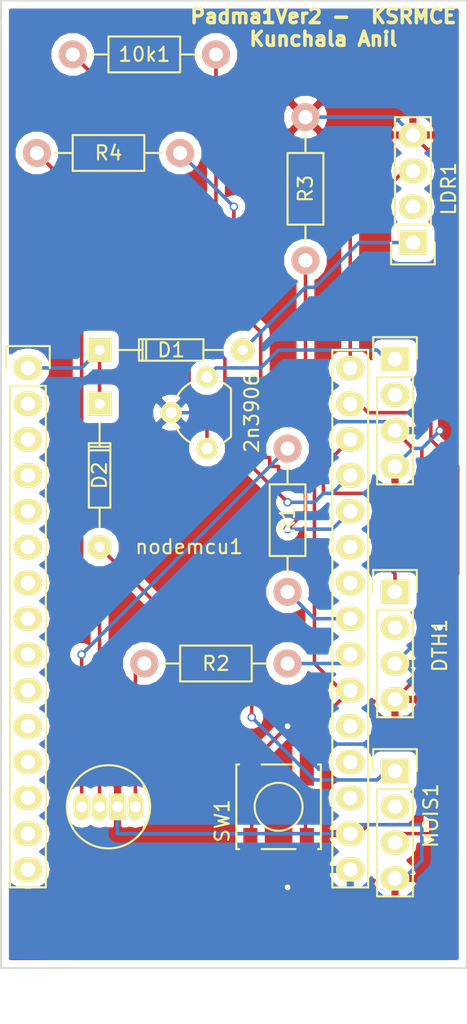
<source format=kicad_pcb>
(kicad_pcb (version 4) (host pcbnew 4.0.2+dfsg1-stable)

  (general
    (links 30)
    (no_connects 0)
    (area 143.234999 81.229999 177.828334 154.075)
    (thickness 1.6)
    (drawings 8)
    (tracks 165)
    (zones 0)
    (modules 15)
    (nets 42)
  )

  (page A4)
  (layers
    (0 F.Cu signal)
    (31 B.Cu signal)
    (32 B.Adhes user)
    (33 F.Adhes user)
    (34 B.Paste user)
    (35 F.Paste user)
    (36 B.SilkS user)
    (37 F.SilkS user)
    (38 B.Mask user)
    (39 F.Mask user)
    (40 Dwgs.User user)
    (41 Cmts.User user)
    (42 Eco1.User user)
    (43 Eco2.User user)
    (44 Edge.Cuts user)
    (45 Margin user)
    (46 B.CrtYd user)
    (47 F.CrtYd user)
    (48 B.Fab user)
    (49 F.Fab user)
  )

  (setup
    (last_trace_width 0.25)
    (trace_clearance 0.2)
    (zone_clearance 0.508)
    (zone_45_only no)
    (trace_min 0.2)
    (segment_width 0.2)
    (edge_width 0.1)
    (via_size 0.6)
    (via_drill 0.4)
    (via_min_size 0.4)
    (via_min_drill 0.3)
    (uvia_size 0.3)
    (uvia_drill 0.1)
    (uvias_allowed no)
    (uvia_min_size 0.2)
    (uvia_min_drill 0.1)
    (pcb_text_width 0.3)
    (pcb_text_size 1.5 1.5)
    (mod_edge_width 0.15)
    (mod_text_size 1 1)
    (mod_text_width 0.15)
    (pad_size 1.5 1.5)
    (pad_drill 0.6)
    (pad_to_mask_clearance 0)
    (aux_axis_origin 0 0)
    (visible_elements FFFFFF7F)
    (pcbplotparams
      (layerselection 0x010f0_80000001)
      (usegerberextensions false)
      (excludeedgelayer true)
      (linewidth 0.100000)
      (plotframeref false)
      (viasonmask false)
      (mode 1)
      (useauxorigin false)
      (hpglpennumber 1)
      (hpglpenspeed 20)
      (hpglpendiameter 15)
      (hpglpenoverlay 2)
      (psnegative false)
      (psa4output false)
      (plotreference true)
      (plotvalue true)
      (plotinvisibletext false)
      (padsonsilk false)
      (subtractmaskfromsilk false)
      (outputformat 1)
      (mirror false)
      (drillshape 0)
      (scaleselection 1)
      (outputdirectory ""))
  )

  (net 0 "")
  (net 1 +3V3)
  (net 2 "Net-(2n3906-Pad3)")
  (net 3 "Net-(10k1-Pad1)")
  (net 4 "Net-(10k1-Pad2)")
  (net 5 "Net-(D1-Pad2)")
  (net 6 "Net-(D1-Pad1)")
  (net 7 "Net-(D2-Pad2)")
  (net 8 "Net-(D3-Pad1)")
  (net 9 Earth)
  (net 10 "Net-(D3-Pad3)")
  (net 11 "Net-(D3-Pad4)")
  (net 12 "Net-(DTH1-Pad1)")
  (net 13 "Net-(DTH1-Pad2)")
  (net 14 "Net-(Grovr1-Pad2)")
  (net 15 "Net-(LDR1-Pad2)")
  (net 16 "Net-(LDR1-Pad3)")
  (net 17 "Net-(MOIS1-Pad2)")
  (net 18 "Net-(MOIS1-Pad3)")
  (net 19 "Net-(nodemcu1-Pad2)")
  (net 20 "Net-(nodemcu1-Pad3)")
  (net 21 "Net-(nodemcu1-Pad4)")
  (net 22 "Net-(nodemcu1-Pad5)")
  (net 23 "Net-(nodemcu1-Pad6)")
  (net 24 "Net-(nodemcu1-Pad7)")
  (net 25 "Net-(nodemcu1-Pad8)")
  (net 26 "Net-(nodemcu1-Pad9)")
  (net 27 "Net-(nodemcu1-Pad10)")
  (net 28 "Net-(nodemcu1-Pad11)")
  (net 29 "Net-(nodemcu1-Pad12)")
  (net 30 "Net-(nodemcu1-Pad13)")
  (net 31 "Net-(nodemcu1-Pad14)")
  (net 32 "Net-(nodemcu1-Pad15)")
  (net 33 "Net-(nodemcu1-Pad18)")
  (net 34 "Net-(nodemcu1-Pad19)")
  (net 35 "Net-(nodemcu1-Pad25)")
  (net 36 "Net-(R4-Pad1)")
  (net 37 "Net-(nodemcu1-Pad24)")
  (net 38 "Net-(R2-Pad2)")
  (net 39 "Net-(R1-Pad1)")
  (net 40 "Net-(R3-Pad1)")
  (net 41 "Net-(nodemcu1-Pad20)")

  (net_class Default "This is the default net class."
    (clearance 0.2)
    (trace_width 0.25)
    (via_dia 0.6)
    (via_drill 0.4)
    (uvia_dia 0.3)
    (uvia_drill 0.1)
    (add_net +3V3)
    (add_net Earth)
    (add_net "Net-(10k1-Pad1)")
    (add_net "Net-(10k1-Pad2)")
    (add_net "Net-(2n3906-Pad3)")
    (add_net "Net-(D1-Pad1)")
    (add_net "Net-(D1-Pad2)")
    (add_net "Net-(D2-Pad2)")
    (add_net "Net-(D3-Pad1)")
    (add_net "Net-(D3-Pad3)")
    (add_net "Net-(D3-Pad4)")
    (add_net "Net-(DTH1-Pad1)")
    (add_net "Net-(DTH1-Pad2)")
    (add_net "Net-(Grovr1-Pad2)")
    (add_net "Net-(LDR1-Pad2)")
    (add_net "Net-(LDR1-Pad3)")
    (add_net "Net-(MOIS1-Pad2)")
    (add_net "Net-(MOIS1-Pad3)")
    (add_net "Net-(R1-Pad1)")
    (add_net "Net-(R2-Pad2)")
    (add_net "Net-(R3-Pad1)")
    (add_net "Net-(R4-Pad1)")
    (add_net "Net-(nodemcu1-Pad10)")
    (add_net "Net-(nodemcu1-Pad11)")
    (add_net "Net-(nodemcu1-Pad12)")
    (add_net "Net-(nodemcu1-Pad13)")
    (add_net "Net-(nodemcu1-Pad14)")
    (add_net "Net-(nodemcu1-Pad15)")
    (add_net "Net-(nodemcu1-Pad18)")
    (add_net "Net-(nodemcu1-Pad19)")
    (add_net "Net-(nodemcu1-Pad2)")
    (add_net "Net-(nodemcu1-Pad20)")
    (add_net "Net-(nodemcu1-Pad24)")
    (add_net "Net-(nodemcu1-Pad25)")
    (add_net "Net-(nodemcu1-Pad3)")
    (add_net "Net-(nodemcu1-Pad4)")
    (add_net "Net-(nodemcu1-Pad5)")
    (add_net "Net-(nodemcu1-Pad6)")
    (add_net "Net-(nodemcu1-Pad7)")
    (add_net "Net-(nodemcu1-Pad8)")
    (add_net "Net-(nodemcu1-Pad9)")
  )

  (module TO_SOT_Packages_THT:TO-92_Molded_Wide placed (layer F.Cu) (tedit 582D4403) (tstamp 582D4034)
    (at 158.115 113.03 90)
    (descr "TO-92 leads molded, wide, drill 0.8mm (see NXP sot054_po.pdf)")
    (tags "to-92 sc-43 sc-43a sot54 PA33 transistor")
    (path /582C37C4)
    (fp_text reference 2n3906 (at 2.54 3.175 90) (layer F.SilkS)
      (effects (font (size 1 1) (thickness 0.15)))
    )
    (fp_text value Q_PNP_BCE (at -2.54 1.27 180) (layer F.Fab) hide
      (effects (font (size 1 1) (thickness 0.15)))
    )
    (fp_arc (start 2.54 0) (end 0.34 -1) (angle 41.11209044) (layer F.SilkS) (width 0.15))
    (fp_arc (start 2.54 0) (end 4.74 -1) (angle -41.11210221) (layer F.SilkS) (width 0.15))
    (fp_arc (start 2.54 0) (end 0.84 1.7) (angle 20.5) (layer F.SilkS) (width 0.15))
    (fp_arc (start 2.54 0) (end 4.24 1.7) (angle -20.5) (layer F.SilkS) (width 0.15))
    (fp_line (start -1 1.95) (end -1 -3.55) (layer F.CrtYd) (width 0.05))
    (fp_line (start -1 1.95) (end 6.1 1.95) (layer F.CrtYd) (width 0.05))
    (fp_line (start 0.84 1.7) (end 4.24 1.7) (layer F.SilkS) (width 0.15))
    (fp_line (start -1 -3.55) (end 6.1 -3.55) (layer F.CrtYd) (width 0.05))
    (fp_line (start 6.1 1.95) (end 6.1 -3.55) (layer F.CrtYd) (width 0.05))
    (pad 2 thru_hole circle (at 2.54 -2.54 180) (size 1.524 1.524) (drill 0.8) (layers *.Cu *.Mask F.SilkS)
      (net 1 +3V3))
    (pad 3 thru_hole circle (at 5.08 0 180) (size 1.524 1.524) (drill 0.8) (layers *.Cu *.Mask F.SilkS)
      (net 2 "Net-(2n3906-Pad3)"))
    (pad 1 thru_hole circle (at 0 0 180) (size 1.524 1.524) (drill 0.8) (layers *.Cu *.Mask F.SilkS)
      (net 3 "Net-(10k1-Pad1)"))
    (model TO_SOT_Packages_THT.3dshapes/TO-92_Molded_Wide.wrl
      (at (xyz 0.1 0 0))
      (scale (xyz 1 1 1))
      (rotate (xyz 0 0 -90))
    )
  )

  (module Resistors_ThroughHole:Resistor_Horizontal_RM10mm placed (layer F.Cu) (tedit 582D4487) (tstamp 582D403A)
    (at 148.59 85.09)
    (descr "Resistor, Axial,  RM 10mm, 1/3W")
    (tags "Resistor Axial RM 10mm 1/3W")
    (path /582C36F9)
    (fp_text reference 10k1 (at 5.08 0) (layer F.SilkS)
      (effects (font (size 1 1) (thickness 0.15)))
    )
    (fp_text value R (at 5.08 3.81) (layer F.Fab) hide
      (effects (font (size 1 1) (thickness 0.15)))
    )
    (fp_line (start -1.25 -1.5) (end 11.4 -1.5) (layer F.CrtYd) (width 0.05))
    (fp_line (start -1.25 1.5) (end -1.25 -1.5) (layer F.CrtYd) (width 0.05))
    (fp_line (start 11.4 -1.5) (end 11.4 1.5) (layer F.CrtYd) (width 0.05))
    (fp_line (start -1.25 1.5) (end 11.4 1.5) (layer F.CrtYd) (width 0.05))
    (fp_line (start 2.54 -1.27) (end 7.62 -1.27) (layer F.SilkS) (width 0.15))
    (fp_line (start 7.62 -1.27) (end 7.62 1.27) (layer F.SilkS) (width 0.15))
    (fp_line (start 7.62 1.27) (end 2.54 1.27) (layer F.SilkS) (width 0.15))
    (fp_line (start 2.54 1.27) (end 2.54 -1.27) (layer F.SilkS) (width 0.15))
    (fp_line (start 2.54 0) (end 1.27 0) (layer F.SilkS) (width 0.15))
    (fp_line (start 7.62 0) (end 8.89 0) (layer F.SilkS) (width 0.15))
    (pad 1 thru_hole circle (at 0 0) (size 1.99898 1.99898) (drill 1.00076) (layers *.Cu *.SilkS *.Mask)
      (net 3 "Net-(10k1-Pad1)"))
    (pad 2 thru_hole circle (at 10.16 0) (size 1.99898 1.99898) (drill 1.00076) (layers *.Cu *.SilkS *.Mask)
      (net 4 "Net-(10k1-Pad2)"))
    (model Resistors_ThroughHole.3dshapes/Resistor_Horizontal_RM10mm.wrl
      (at (xyz 0 0 0))
      (scale (xyz 0.4 0.4 0.4))
      (rotate (xyz 0 0 0))
    )
  )

  (module Diodes_ThroughHole:Diode_DO-35_SOD27_Horizontal_RM10 placed (layer F.Cu) (tedit 582D442C) (tstamp 582D4040)
    (at 150.495 106.045)
    (descr "Diode, DO-35,  SOD27, Horizontal, RM 10mm")
    (tags "Diode, DO-35, SOD27, Horizontal, RM 10mm, 1N4148,")
    (path /582C3A72)
    (fp_text reference D1 (at 5.08 0) (layer F.SilkS)
      (effects (font (size 1 1) (thickness 0.15)))
    )
    (fp_text value D (at 4.41452 -3.55854) (layer F.Fab) hide
      (effects (font (size 1 1) (thickness 0.15)))
    )
    (fp_line (start 7.36652 -0.00254) (end 8.76352 -0.00254) (layer F.SilkS) (width 0.15))
    (fp_line (start 2.92152 -0.00254) (end 1.39752 -0.00254) (layer F.SilkS) (width 0.15))
    (fp_line (start 3.30252 -0.76454) (end 3.30252 0.75946) (layer F.SilkS) (width 0.15))
    (fp_line (start 3.04852 -0.76454) (end 3.04852 0.75946) (layer F.SilkS) (width 0.15))
    (fp_line (start 2.79452 -0.00254) (end 2.79452 0.75946) (layer F.SilkS) (width 0.15))
    (fp_line (start 2.79452 0.75946) (end 7.36652 0.75946) (layer F.SilkS) (width 0.15))
    (fp_line (start 7.36652 0.75946) (end 7.36652 -0.76454) (layer F.SilkS) (width 0.15))
    (fp_line (start 7.36652 -0.76454) (end 2.79452 -0.76454) (layer F.SilkS) (width 0.15))
    (fp_line (start 2.79452 -0.76454) (end 2.79452 -0.00254) (layer F.SilkS) (width 0.15))
    (pad 2 thru_hole circle (at 10.16052 -0.00254 180) (size 1.69926 1.69926) (drill 0.70104) (layers *.Cu *.Mask F.SilkS)
      (net 5 "Net-(D1-Pad2)"))
    (pad 1 thru_hole rect (at 0.00052 -0.00254 180) (size 1.69926 1.69926) (drill 0.70104) (layers *.Cu *.Mask F.SilkS)
      (net 6 "Net-(D1-Pad1)"))
    (model Diodes_ThroughHole.3dshapes/Diode_DO-35_SOD27_Horizontal_RM10.wrl
      (at (xyz 0.2 0 0))
      (scale (xyz 0.4 0.4 0.4))
      (rotate (xyz 0 0 180))
    )
  )

  (module Diodes_ThroughHole:Diode_DO-35_SOD27_Horizontal_RM10 placed (layer F.Cu) (tedit 582D4420) (tstamp 582D4046)
    (at 150.495 109.855 270)
    (descr "Diode, DO-35,  SOD27, Horizontal, RM 10mm")
    (tags "Diode, DO-35, SOD27, Horizontal, RM 10mm, 1N4148,")
    (path /582C376F)
    (fp_text reference D2 (at 5.08 0 270) (layer F.SilkS)
      (effects (font (size 1 1) (thickness 0.15)))
    )
    (fp_text value D (at 4.41452 -3.55854 270) (layer F.Fab) hide
      (effects (font (size 1 1) (thickness 0.15)))
    )
    (fp_line (start 7.36652 -0.00254) (end 8.76352 -0.00254) (layer F.SilkS) (width 0.15))
    (fp_line (start 2.92152 -0.00254) (end 1.39752 -0.00254) (layer F.SilkS) (width 0.15))
    (fp_line (start 3.30252 -0.76454) (end 3.30252 0.75946) (layer F.SilkS) (width 0.15))
    (fp_line (start 3.04852 -0.76454) (end 3.04852 0.75946) (layer F.SilkS) (width 0.15))
    (fp_line (start 2.79452 -0.00254) (end 2.79452 0.75946) (layer F.SilkS) (width 0.15))
    (fp_line (start 2.79452 0.75946) (end 7.36652 0.75946) (layer F.SilkS) (width 0.15))
    (fp_line (start 7.36652 0.75946) (end 7.36652 -0.76454) (layer F.SilkS) (width 0.15))
    (fp_line (start 7.36652 -0.76454) (end 2.79452 -0.76454) (layer F.SilkS) (width 0.15))
    (fp_line (start 2.79452 -0.76454) (end 2.79452 -0.00254) (layer F.SilkS) (width 0.15))
    (pad 2 thru_hole circle (at 10.16052 -0.00254 90) (size 1.69926 1.69926) (drill 0.70104) (layers *.Cu *.Mask F.SilkS)
      (net 7 "Net-(D2-Pad2)"))
    (pad 1 thru_hole rect (at 0.00052 -0.00254 90) (size 1.69926 1.69926) (drill 0.70104) (layers *.Cu *.Mask F.SilkS)
      (net 6 "Net-(D1-Pad1)"))
    (model Diodes_ThroughHole.3dshapes/Diode_DO-35_SOD27_Horizontal_RM10.wrl
      (at (xyz 0.2 0 0))
      (scale (xyz 0.4 0.4 0.4))
      (rotate (xyz 0 0 180))
    )
  )

  (module LEDs:LED-RGB-5MM_Common_Cathode placed (layer F.Cu) (tedit 582D43DE) (tstamp 582D404E)
    (at 153.035 138.43 270)
    (descr "5mm common cathode RGB LED")
    (tags "RGB LED 5mm Common Cathode")
    (path /582C388A)
    (fp_text reference D3 (at 0 -2.25 270) (layer F.SilkS) hide
      (effects (font (size 1 1) (thickness 0.15)))
    )
    (fp_text value LED_RCBG (at 3.175 1.27 540) (layer F.Fab)
      (effects (font (size 1 1) (thickness 0.15)))
    )
    (fp_circle (center 0 1.905) (end 3.2 1.905) (layer F.CrtYd) (width 0.05))
    (fp_line (start -1.1 -0.595) (end -1.55 -0.595) (layer F.SilkS) (width 0.15))
    (fp_circle (center 0 1.905) (end 2.95 1.905) (layer F.SilkS) (width 0.15))
    (fp_line (start 1.1 -0.595) (end 1.55 -0.595) (layer F.SilkS) (width 0.15))
    (pad 1 thru_hole oval (at 0 0 270) (size 1.905 1.1176) (drill 0.762) (layers *.Cu *.Mask F.SilkS)
      (net 8 "Net-(D3-Pad1)"))
    (pad 2 thru_hole rect (at 0 1.27 270) (size 1.905 1.1176) (drill 0.762) (layers *.Cu *.Mask F.SilkS)
      (net 9 Earth))
    (pad 3 thru_hole oval (at 0 2.54 270) (size 1.905 1.1176) (drill 0.762) (layers *.Cu *.Mask F.SilkS)
      (net 10 "Net-(D3-Pad3)"))
    (pad 4 thru_hole oval (at 0 3.81 270) (size 1.905 1.1176) (drill 0.762) (layers *.Cu *.Mask F.SilkS)
      (net 11 "Net-(D3-Pad4)"))
  )

  (module Pin_Headers:Pin_Header_Straight_1x04 placed (layer F.Cu) (tedit 582D4574) (tstamp 582D4056)
    (at 171.45 123.19)
    (descr "Through hole pin header")
    (tags "pin header")
    (path /582C4013)
    (fp_text reference DTH1 (at 3.175 3.81 90) (layer F.SilkS)
      (effects (font (size 1 1) (thickness 0.15)))
    )
    (fp_text value CONN_01X04 (at 0 -3.1) (layer F.Fab) hide
      (effects (font (size 1 1) (thickness 0.15)))
    )
    (fp_line (start -1.75 -1.75) (end -1.75 9.4) (layer F.CrtYd) (width 0.05))
    (fp_line (start 1.75 -1.75) (end 1.75 9.4) (layer F.CrtYd) (width 0.05))
    (fp_line (start -1.75 -1.75) (end 1.75 -1.75) (layer F.CrtYd) (width 0.05))
    (fp_line (start -1.75 9.4) (end 1.75 9.4) (layer F.CrtYd) (width 0.05))
    (fp_line (start -1.27 1.27) (end -1.27 8.89) (layer F.SilkS) (width 0.15))
    (fp_line (start 1.27 1.27) (end 1.27 8.89) (layer F.SilkS) (width 0.15))
    (fp_line (start 1.55 -1.55) (end 1.55 0) (layer F.SilkS) (width 0.15))
    (fp_line (start -1.27 8.89) (end 1.27 8.89) (layer F.SilkS) (width 0.15))
    (fp_line (start 1.27 1.27) (end -1.27 1.27) (layer F.SilkS) (width 0.15))
    (fp_line (start -1.55 0) (end -1.55 -1.55) (layer F.SilkS) (width 0.15))
    (fp_line (start -1.55 -1.55) (end 1.55 -1.55) (layer F.SilkS) (width 0.15))
    (pad 1 thru_hole rect (at 0 0) (size 2.032 1.7272) (drill 1.016) (layers *.Cu *.Mask F.SilkS)
      (net 12 "Net-(DTH1-Pad1)"))
    (pad 2 thru_hole oval (at 0 2.54) (size 2.032 1.7272) (drill 1.016) (layers *.Cu *.Mask F.SilkS)
      (net 13 "Net-(DTH1-Pad2)"))
    (pad 3 thru_hole oval (at 0 5.08) (size 2.032 1.7272) (drill 1.016) (layers *.Cu *.Mask F.SilkS)
      (net 1 +3V3))
    (pad 4 thru_hole oval (at 0 7.62) (size 2.032 1.7272) (drill 1.016) (layers *.Cu *.Mask F.SilkS)
      (net 9 Earth))
    (model Pin_Headers.3dshapes/Pin_Header_Straight_1x04.wrl
      (at (xyz 0 -0.15 0))
      (scale (xyz 1 1 1))
      (rotate (xyz 0 0 90))
    )
  )

  (module Pin_Headers:Pin_Header_Straight_1x04 placed (layer F.Cu) (tedit 582D4569) (tstamp 582D405E)
    (at 171.45 106.68)
    (descr "Through hole pin header")
    (tags "pin header")
    (path /582C406C)
    (fp_text reference Grovr1 (at 0 -5.1) (layer F.SilkS) hide
      (effects (font (size 1 1) (thickness 0.15)))
    )
    (fp_text value RLY (at 3.175 4.445 90) (layer F.Fab)
      (effects (font (size 1 1) (thickness 0.15)))
    )
    (fp_line (start -1.75 -1.75) (end -1.75 9.4) (layer F.CrtYd) (width 0.05))
    (fp_line (start 1.75 -1.75) (end 1.75 9.4) (layer F.CrtYd) (width 0.05))
    (fp_line (start -1.75 -1.75) (end 1.75 -1.75) (layer F.CrtYd) (width 0.05))
    (fp_line (start -1.75 9.4) (end 1.75 9.4) (layer F.CrtYd) (width 0.05))
    (fp_line (start -1.27 1.27) (end -1.27 8.89) (layer F.SilkS) (width 0.15))
    (fp_line (start 1.27 1.27) (end 1.27 8.89) (layer F.SilkS) (width 0.15))
    (fp_line (start 1.55 -1.55) (end 1.55 0) (layer F.SilkS) (width 0.15))
    (fp_line (start -1.27 8.89) (end 1.27 8.89) (layer F.SilkS) (width 0.15))
    (fp_line (start 1.27 1.27) (end -1.27 1.27) (layer F.SilkS) (width 0.15))
    (fp_line (start -1.55 0) (end -1.55 -1.55) (layer F.SilkS) (width 0.15))
    (fp_line (start -1.55 -1.55) (end 1.55 -1.55) (layer F.SilkS) (width 0.15))
    (pad 1 thru_hole rect (at 0 0) (size 2.032 1.7272) (drill 1.016) (layers *.Cu *.Mask F.SilkS)
      (net 2 "Net-(2n3906-Pad3)"))
    (pad 2 thru_hole oval (at 0 2.54) (size 2.032 1.7272) (drill 1.016) (layers *.Cu *.Mask F.SilkS)
      (net 14 "Net-(Grovr1-Pad2)"))
    (pad 3 thru_hole oval (at 0 5.08) (size 2.032 1.7272) (drill 1.016) (layers *.Cu *.Mask F.SilkS)
      (net 1 +3V3))
    (pad 4 thru_hole oval (at 0 7.62) (size 2.032 1.7272) (drill 1.016) (layers *.Cu *.Mask F.SilkS)
      (net 9 Earth))
    (model Pin_Headers.3dshapes/Pin_Header_Straight_1x04.wrl
      (at (xyz 0 -0.15 0))
      (scale (xyz 1 1 1))
      (rotate (xyz 0 0 90))
    )
  )

  (module Pin_Headers:Pin_Header_Straight_1x04 placed (layer F.Cu) (tedit 582D4451) (tstamp 582D4066)
    (at 172.72 98.425 180)
    (descr "Through hole pin header")
    (tags "pin header")
    (path /582C3F02)
    (fp_text reference LDR1 (at -2.54 3.81 270) (layer F.SilkS)
      (effects (font (size 1 1) (thickness 0.15)))
    )
    (fp_text value CONN_01X04 (at 0 -3.1 180) (layer F.Fab) hide
      (effects (font (size 1 1) (thickness 0.15)))
    )
    (fp_line (start -1.75 -1.75) (end -1.75 9.4) (layer F.CrtYd) (width 0.05))
    (fp_line (start 1.75 -1.75) (end 1.75 9.4) (layer F.CrtYd) (width 0.05))
    (fp_line (start -1.75 -1.75) (end 1.75 -1.75) (layer F.CrtYd) (width 0.05))
    (fp_line (start -1.75 9.4) (end 1.75 9.4) (layer F.CrtYd) (width 0.05))
    (fp_line (start -1.27 1.27) (end -1.27 8.89) (layer F.SilkS) (width 0.15))
    (fp_line (start 1.27 1.27) (end 1.27 8.89) (layer F.SilkS) (width 0.15))
    (fp_line (start 1.55 -1.55) (end 1.55 0) (layer F.SilkS) (width 0.15))
    (fp_line (start -1.27 8.89) (end 1.27 8.89) (layer F.SilkS) (width 0.15))
    (fp_line (start 1.27 1.27) (end -1.27 1.27) (layer F.SilkS) (width 0.15))
    (fp_line (start -1.55 0) (end -1.55 -1.55) (layer F.SilkS) (width 0.15))
    (fp_line (start -1.55 -1.55) (end 1.55 -1.55) (layer F.SilkS) (width 0.15))
    (pad 1 thru_hole rect (at 0 0 180) (size 2.032 1.7272) (drill 1.016) (layers *.Cu *.Mask F.SilkS)
      (net 5 "Net-(D1-Pad2)"))
    (pad 2 thru_hole oval (at 0 2.54 180) (size 2.032 1.7272) (drill 1.016) (layers *.Cu *.Mask F.SilkS)
      (net 15 "Net-(LDR1-Pad2)"))
    (pad 3 thru_hole oval (at 0 5.08 180) (size 2.032 1.7272) (drill 1.016) (layers *.Cu *.Mask F.SilkS)
      (net 16 "Net-(LDR1-Pad3)"))
    (pad 4 thru_hole oval (at 0 7.62 180) (size 2.032 1.7272) (drill 1.016) (layers *.Cu *.Mask F.SilkS)
      (net 9 Earth))
    (model Pin_Headers.3dshapes/Pin_Header_Straight_1x04.wrl
      (at (xyz 0 -0.15 0))
      (scale (xyz 1 1 1))
      (rotate (xyz 0 0 90))
    )
  )

  (module Pin_Headers:Pin_Header_Straight_1x04 placed (layer F.Cu) (tedit 582D4580) (tstamp 582D406E)
    (at 171.45 135.89)
    (descr "Through hole pin header")
    (tags "pin header")
    (path /582C3F9A)
    (fp_text reference MOIS1 (at 2.54 3.175 90) (layer F.SilkS)
      (effects (font (size 1 1) (thickness 0.15)))
    )
    (fp_text value CONN_01X04 (at 0 -3.1) (layer F.Fab) hide
      (effects (font (size 1 1) (thickness 0.15)))
    )
    (fp_line (start -1.75 -1.75) (end -1.75 9.4) (layer F.CrtYd) (width 0.05))
    (fp_line (start 1.75 -1.75) (end 1.75 9.4) (layer F.CrtYd) (width 0.05))
    (fp_line (start -1.75 -1.75) (end 1.75 -1.75) (layer F.CrtYd) (width 0.05))
    (fp_line (start -1.75 9.4) (end 1.75 9.4) (layer F.CrtYd) (width 0.05))
    (fp_line (start -1.27 1.27) (end -1.27 8.89) (layer F.SilkS) (width 0.15))
    (fp_line (start 1.27 1.27) (end 1.27 8.89) (layer F.SilkS) (width 0.15))
    (fp_line (start 1.55 -1.55) (end 1.55 0) (layer F.SilkS) (width 0.15))
    (fp_line (start -1.27 8.89) (end 1.27 8.89) (layer F.SilkS) (width 0.15))
    (fp_line (start 1.27 1.27) (end -1.27 1.27) (layer F.SilkS) (width 0.15))
    (fp_line (start -1.55 0) (end -1.55 -1.55) (layer F.SilkS) (width 0.15))
    (fp_line (start -1.55 -1.55) (end 1.55 -1.55) (layer F.SilkS) (width 0.15))
    (pad 1 thru_hole rect (at 0 0) (size 2.032 1.7272) (drill 1.016) (layers *.Cu *.Mask F.SilkS)
      (net 7 "Net-(D2-Pad2)"))
    (pad 2 thru_hole oval (at 0 2.54) (size 2.032 1.7272) (drill 1.016) (layers *.Cu *.Mask F.SilkS)
      (net 17 "Net-(MOIS1-Pad2)"))
    (pad 3 thru_hole oval (at 0 5.08) (size 2.032 1.7272) (drill 1.016) (layers *.Cu *.Mask F.SilkS)
      (net 18 "Net-(MOIS1-Pad3)"))
    (pad 4 thru_hole oval (at 0 7.62) (size 2.032 1.7272) (drill 1.016) (layers *.Cu *.Mask F.SilkS)
      (net 9 Earth))
    (model Pin_Headers.3dshapes/Pin_Header_Straight_1x04.wrl
      (at (xyz 0 -0.15 0))
      (scale (xyz 1 1 1))
      (rotate (xyz 0 0 90))
    )
  )

  (module nodemcu:NodeMCU_Amica_R2 placed (layer F.Cu) (tedit 56871839) (tstamp 582D4090)
    (at 145.415 107.315)
    (descr "Through-hole-mounted NodeMCU 0.9")
    (tags nodemcu)
    (path /582C3605)
    (fp_text reference nodemcu1 (at 11.43 12.68) (layer F.SilkS)
      (effects (font (size 1 1) (thickness 0.15)))
    )
    (fp_text value nodemcu (at 11.43 45.085) (layer F.Fab)
      (effects (font (size 2 2) (thickness 0.15)))
    )
    (fp_circle (center 0.108949 -4.318) (end 1.378949 -3.048) (layer F.CrtYd) (width 0.15))
    (fp_line (start 15.24 37.465) (end 15.24 42.545) (layer F.CrtYd) (width 0.15))
    (fp_line (start 7.62 37.465) (end 15.24 37.465) (layer F.CrtYd) (width 0.15))
    (fp_line (start 7.62 42.545) (end 7.62 37.465) (layer F.CrtYd) (width 0.15))
    (fp_line (start -1.905 42.545) (end -1.905 -6.35) (layer F.CrtYd) (width 0.15))
    (fp_line (start 24.765 42.545) (end -1.905 42.545) (layer F.CrtYd) (width 0.15))
    (fp_line (start 24.765 -6.35) (end 24.765 42.545) (layer F.CrtYd) (width 0.15))
    (fp_line (start -1.905 -6.35) (end 24.765 -6.35) (layer F.CrtYd) (width 0.15))
    (fp_line (start -1.27 1.27) (end -1.27 36.83) (layer F.SilkS) (width 0.15))
    (fp_line (start -1.27 36.83) (end 1.27 36.83) (layer F.SilkS) (width 0.15))
    (fp_line (start 1.27 36.83) (end 1.27 1.27) (layer F.SilkS) (width 0.15))
    (fp_line (start 1.55 -1.55) (end 1.55 0) (layer F.SilkS) (width 0.15))
    (fp_line (start 1.27 1.27) (end -1.27 1.27) (layer F.SilkS) (width 0.15))
    (fp_line (start -1.55 0) (end -1.55 -1.55) (layer F.SilkS) (width 0.15))
    (fp_line (start -1.55 -1.55) (end 1.55 -1.55) (layer F.SilkS) (width 0.15))
    (fp_line (start 21.59 36.83) (end 24.13 36.83) (layer F.SilkS) (width 0.15))
    (fp_line (start 21.59 -1.27) (end 21.59 36.83) (layer F.SilkS) (width 0.15))
    (fp_line (start 24.13 -1.27) (end 21.59 -1.27) (layer F.SilkS) (width 0.15))
    (fp_line (start 24.13 36.83) (end 24.13 -1.27) (layer F.SilkS) (width 0.15))
    (fp_circle (center 22.733 -4.318) (end 24.003 -3.048) (layer F.CrtYd) (width 0.15))
    (fp_circle (center 22.733 40.513) (end 24.003 41.783) (layer F.CrtYd) (width 0.15))
    (fp_circle (center 0.127 40.513) (end 1.397 41.783) (layer F.CrtYd) (width 0.15))
    (pad 1 thru_hole oval (at 0 0) (size 2.032 1.7272) (drill 1.016) (layers *.Cu *.Mask F.SilkS)
      (net 6 "Net-(D1-Pad1)"))
    (pad 2 thru_hole oval (at 0 2.54) (size 2.032 1.7272) (drill 1.016) (layers *.Cu *.Mask F.SilkS)
      (net 19 "Net-(nodemcu1-Pad2)"))
    (pad 3 thru_hole oval (at 0 5.08) (size 2.032 1.7272) (drill 1.016) (layers *.Cu *.Mask F.SilkS)
      (net 20 "Net-(nodemcu1-Pad3)"))
    (pad 4 thru_hole oval (at 0 7.62) (size 2.032 1.7272) (drill 1.016) (layers *.Cu *.Mask F.SilkS)
      (net 21 "Net-(nodemcu1-Pad4)"))
    (pad 5 thru_hole oval (at 0 10.16) (size 2.032 1.7272) (drill 1.016) (layers *.Cu *.Mask F.SilkS)
      (net 22 "Net-(nodemcu1-Pad5)"))
    (pad 6 thru_hole oval (at 0 12.7) (size 2.032 1.7272) (drill 1.016) (layers *.Cu *.Mask F.SilkS)
      (net 23 "Net-(nodemcu1-Pad6)"))
    (pad 7 thru_hole oval (at 0 15.24) (size 2.032 1.7272) (drill 1.016) (layers *.Cu *.Mask F.SilkS)
      (net 24 "Net-(nodemcu1-Pad7)"))
    (pad 8 thru_hole oval (at 0 17.78) (size 2.032 1.7272) (drill 1.016) (layers *.Cu *.Mask F.SilkS)
      (net 25 "Net-(nodemcu1-Pad8)"))
    (pad 9 thru_hole oval (at 0 20.32) (size 2.032 1.7272) (drill 1.016) (layers *.Cu *.Mask F.SilkS)
      (net 26 "Net-(nodemcu1-Pad9)"))
    (pad 10 thru_hole oval (at 0 22.86) (size 2.032 1.7272) (drill 1.016) (layers *.Cu *.Mask F.SilkS)
      (net 27 "Net-(nodemcu1-Pad10)"))
    (pad 11 thru_hole oval (at 0 25.4) (size 2.032 1.7272) (drill 1.016) (layers *.Cu *.Mask F.SilkS)
      (net 28 "Net-(nodemcu1-Pad11)"))
    (pad 12 thru_hole oval (at 0 27.94) (size 2.032 1.7272) (drill 1.016) (layers *.Cu *.Mask F.SilkS)
      (net 29 "Net-(nodemcu1-Pad12)"))
    (pad 13 thru_hole oval (at 0 30.48) (size 2.032 1.7272) (drill 1.016) (layers *.Cu *.Mask F.SilkS)
      (net 30 "Net-(nodemcu1-Pad13)"))
    (pad 14 thru_hole oval (at 0 33.02) (size 2.032 1.7272) (drill 1.016) (layers *.Cu *.Mask F.SilkS)
      (net 31 "Net-(nodemcu1-Pad14)"))
    (pad 15 thru_hole oval (at 0 35.56) (size 2.032 1.7272) (drill 1.016) (layers *.Cu *.Mask F.SilkS)
      (net 32 "Net-(nodemcu1-Pad15)"))
    (pad 30 thru_hole oval (at 22.86 0) (size 2.032 1.7272) (drill 1.016) (layers *.Cu *.Mask F.SilkS)
      (net 16 "Net-(LDR1-Pad3)"))
    (pad 18 thru_hole oval (at 22.86 30.48) (size 2.032 1.7272) (drill 1.016) (layers *.Cu *.Mask F.SilkS)
      (net 33 "Net-(nodemcu1-Pad18)"))
    (pad 17 thru_hole oval (at 22.86 33.02) (size 2.032 1.7272) (drill 1.016) (layers *.Cu *.Mask F.SilkS)
      (net 9 Earth))
    (pad 19 thru_hole oval (at 22.86 27.94) (size 2.032 1.7272) (drill 1.016) (layers *.Cu *.Mask F.SilkS)
      (net 34 "Net-(nodemcu1-Pad19)"))
    (pad 25 thru_hole oval (at 22.86 12.7) (size 2.032 1.7272) (drill 1.016) (layers *.Cu *.Mask F.SilkS)
      (net 35 "Net-(nodemcu1-Pad25)"))
    (pad 26 thru_hole oval (at 22.86 10.16) (size 2.032 1.7272) (drill 1.016) (layers *.Cu *.Mask F.SilkS)
      (net 36 "Net-(R4-Pad1)"))
    (pad 24 thru_hole oval (at 22.86 15.24) (size 2.032 1.7272) (drill 1.016) (layers *.Cu *.Mask F.SilkS)
      (net 37 "Net-(nodemcu1-Pad24)"))
    (pad 16 thru_hole oval (at 22.86 35.56) (size 2.032 1.7272) (drill 1.016) (layers *.Cu *.Mask F.SilkS)
      (net 1 +3V3))
    (pad 22 thru_hole oval (at 22.86 20.32) (size 2.032 1.7272) (drill 1.016) (layers *.Cu *.Mask F.SilkS)
      (net 38 "Net-(R2-Pad2)"))
    (pad 23 thru_hole oval (at 22.86 17.78) (size 2.032 1.7272) (drill 1.016) (layers *.Cu *.Mask F.SilkS)
      (net 39 "Net-(R1-Pad1)"))
    (pad 21 thru_hole oval (at 22.86 22.86) (size 2.032 1.7272) (drill 1.016) (layers *.Cu *.Mask F.SilkS)
      (net 40 "Net-(R3-Pad1)"))
    (pad 20 thru_hole oval (at 22.86 25.4) (size 2.032 1.7272) (drill 1.016) (layers *.Cu *.Mask F.SilkS)
      (net 41 "Net-(nodemcu1-Pad20)"))
    (pad 28 thru_hole oval (at 22.86 5.08) (size 2.032 1.7272) (drill 1.016) (layers *.Cu *.Mask F.SilkS)
      (net 12 "Net-(DTH1-Pad1)"))
    (pad 27 thru_hole oval (at 22.86 7.62) (size 2.032 1.7272) (drill 1.016) (layers *.Cu *.Mask F.SilkS)
      (net 4 "Net-(10k1-Pad2)"))
    (pad 29 thru_hole oval (at 22.86 2.54) (size 2.032 1.7272) (drill 1.016) (layers *.Cu *.Mask F.SilkS)
      (net 18 "Net-(MOIS1-Pad3)"))
  )

  (module Resistors_ThroughHole:Resistor_Horizontal_RM10mm placed (layer F.Cu) (tedit 582D4418) (tstamp 582D4096)
    (at 163.83 123.19 90)
    (descr "Resistor, Axial,  RM 10mm, 1/3W")
    (tags "Resistor Axial RM 10mm 1/3W")
    (path /582C866A)
    (fp_text reference R1 (at 5.08 0 90) (layer F.SilkS)
      (effects (font (size 1 1) (thickness 0.15)))
    )
    (fp_text value R (at 5.08 3.81 90) (layer F.Fab) hide
      (effects (font (size 1 1) (thickness 0.15)))
    )
    (fp_line (start -1.25 -1.5) (end 11.4 -1.5) (layer F.CrtYd) (width 0.05))
    (fp_line (start -1.25 1.5) (end -1.25 -1.5) (layer F.CrtYd) (width 0.05))
    (fp_line (start 11.4 -1.5) (end 11.4 1.5) (layer F.CrtYd) (width 0.05))
    (fp_line (start -1.25 1.5) (end 11.4 1.5) (layer F.CrtYd) (width 0.05))
    (fp_line (start 2.54 -1.27) (end 7.62 -1.27) (layer F.SilkS) (width 0.15))
    (fp_line (start 7.62 -1.27) (end 7.62 1.27) (layer F.SilkS) (width 0.15))
    (fp_line (start 7.62 1.27) (end 2.54 1.27) (layer F.SilkS) (width 0.15))
    (fp_line (start 2.54 1.27) (end 2.54 -1.27) (layer F.SilkS) (width 0.15))
    (fp_line (start 2.54 0) (end 1.27 0) (layer F.SilkS) (width 0.15))
    (fp_line (start 7.62 0) (end 8.89 0) (layer F.SilkS) (width 0.15))
    (pad 1 thru_hole circle (at 0 0 90) (size 1.99898 1.99898) (drill 1.00076) (layers *.Cu *.SilkS *.Mask)
      (net 39 "Net-(R1-Pad1)"))
    (pad 2 thru_hole circle (at 10.16 0 90) (size 1.99898 1.99898) (drill 1.00076) (layers *.Cu *.SilkS *.Mask)
      (net 11 "Net-(D3-Pad4)"))
    (model Resistors_ThroughHole.3dshapes/Resistor_Horizontal_RM10mm.wrl
      (at (xyz 0 0 0))
      (scale (xyz 0.4 0.4 0.4))
      (rotate (xyz 0 0 0))
    )
  )

  (module Resistors_ThroughHole:Resistor_Horizontal_RM10mm placed (layer F.Cu) (tedit 582D440F) (tstamp 582D409C)
    (at 153.67 128.27)
    (descr "Resistor, Axial,  RM 10mm, 1/3W")
    (tags "Resistor Axial RM 10mm 1/3W")
    (path /582C8997)
    (fp_text reference R2 (at 5.08 0) (layer F.SilkS)
      (effects (font (size 1 1) (thickness 0.15)))
    )
    (fp_text value R (at 5.08 3.81) (layer F.Fab) hide
      (effects (font (size 1 1) (thickness 0.15)))
    )
    (fp_line (start -1.25 -1.5) (end 11.4 -1.5) (layer F.CrtYd) (width 0.05))
    (fp_line (start -1.25 1.5) (end -1.25 -1.5) (layer F.CrtYd) (width 0.05))
    (fp_line (start 11.4 -1.5) (end 11.4 1.5) (layer F.CrtYd) (width 0.05))
    (fp_line (start -1.25 1.5) (end 11.4 1.5) (layer F.CrtYd) (width 0.05))
    (fp_line (start 2.54 -1.27) (end 7.62 -1.27) (layer F.SilkS) (width 0.15))
    (fp_line (start 7.62 -1.27) (end 7.62 1.27) (layer F.SilkS) (width 0.15))
    (fp_line (start 7.62 1.27) (end 2.54 1.27) (layer F.SilkS) (width 0.15))
    (fp_line (start 2.54 1.27) (end 2.54 -1.27) (layer F.SilkS) (width 0.15))
    (fp_line (start 2.54 0) (end 1.27 0) (layer F.SilkS) (width 0.15))
    (fp_line (start 7.62 0) (end 8.89 0) (layer F.SilkS) (width 0.15))
    (pad 1 thru_hole circle (at 0 0) (size 1.99898 1.99898) (drill 1.00076) (layers *.Cu *.SilkS *.Mask)
      (net 8 "Net-(D3-Pad1)"))
    (pad 2 thru_hole circle (at 10.16 0) (size 1.99898 1.99898) (drill 1.00076) (layers *.Cu *.SilkS *.Mask)
      (net 38 "Net-(R2-Pad2)"))
    (model Resistors_ThroughHole.3dshapes/Resistor_Horizontal_RM10mm.wrl
      (at (xyz 0 0 0))
      (scale (xyz 0.4 0.4 0.4))
      (rotate (xyz 0 0 0))
    )
  )

  (module Resistors_ThroughHole:Resistor_Horizontal_RM10mm placed (layer F.Cu) (tedit 582D4463) (tstamp 582D40A2)
    (at 165.1 99.695 90)
    (descr "Resistor, Axial,  RM 10mm, 1/3W")
    (tags "Resistor Axial RM 10mm 1/3W")
    (path /582C3672)
    (fp_text reference R3 (at 5.08 0 90) (layer F.SilkS)
      (effects (font (size 1 1) (thickness 0.15)))
    )
    (fp_text value R (at 5.08 3.81 90) (layer F.Fab) hide
      (effects (font (size 1 1) (thickness 0.15)))
    )
    (fp_line (start -1.25 -1.5) (end 11.4 -1.5) (layer F.CrtYd) (width 0.05))
    (fp_line (start -1.25 1.5) (end -1.25 -1.5) (layer F.CrtYd) (width 0.05))
    (fp_line (start 11.4 -1.5) (end 11.4 1.5) (layer F.CrtYd) (width 0.05))
    (fp_line (start -1.25 1.5) (end 11.4 1.5) (layer F.CrtYd) (width 0.05))
    (fp_line (start 2.54 -1.27) (end 7.62 -1.27) (layer F.SilkS) (width 0.15))
    (fp_line (start 7.62 -1.27) (end 7.62 1.27) (layer F.SilkS) (width 0.15))
    (fp_line (start 7.62 1.27) (end 2.54 1.27) (layer F.SilkS) (width 0.15))
    (fp_line (start 2.54 1.27) (end 2.54 -1.27) (layer F.SilkS) (width 0.15))
    (fp_line (start 2.54 0) (end 1.27 0) (layer F.SilkS) (width 0.15))
    (fp_line (start 7.62 0) (end 8.89 0) (layer F.SilkS) (width 0.15))
    (pad 1 thru_hole circle (at 0 0 90) (size 1.99898 1.99898) (drill 1.00076) (layers *.Cu *.SilkS *.Mask)
      (net 40 "Net-(R3-Pad1)"))
    (pad 2 thru_hole circle (at 10.16 0 90) (size 1.99898 1.99898) (drill 1.00076) (layers *.Cu *.SilkS *.Mask)
      (net 9 Earth))
    (model Resistors_ThroughHole.3dshapes/Resistor_Horizontal_RM10mm.wrl
      (at (xyz 0 0 0))
      (scale (xyz 0.4 0.4 0.4))
      (rotate (xyz 0 0 0))
    )
  )

  (module Resistors_ThroughHole:Resistor_Horizontal_RM10mm placed (layer F.Cu) (tedit 582D448E) (tstamp 582D40A8)
    (at 156.21 92.075 180)
    (descr "Resistor, Axial,  RM 10mm, 1/3W")
    (tags "Resistor Axial RM 10mm 1/3W")
    (path /582C8339)
    (fp_text reference R4 (at 5.08 0 180) (layer F.SilkS)
      (effects (font (size 1 1) (thickness 0.15)))
    )
    (fp_text value R (at 5.08 3.81 180) (layer F.Fab) hide
      (effects (font (size 1 1) (thickness 0.15)))
    )
    (fp_line (start -1.25 -1.5) (end 11.4 -1.5) (layer F.CrtYd) (width 0.05))
    (fp_line (start -1.25 1.5) (end -1.25 -1.5) (layer F.CrtYd) (width 0.05))
    (fp_line (start 11.4 -1.5) (end 11.4 1.5) (layer F.CrtYd) (width 0.05))
    (fp_line (start -1.25 1.5) (end 11.4 1.5) (layer F.CrtYd) (width 0.05))
    (fp_line (start 2.54 -1.27) (end 7.62 -1.27) (layer F.SilkS) (width 0.15))
    (fp_line (start 7.62 -1.27) (end 7.62 1.27) (layer F.SilkS) (width 0.15))
    (fp_line (start 7.62 1.27) (end 2.54 1.27) (layer F.SilkS) (width 0.15))
    (fp_line (start 2.54 1.27) (end 2.54 -1.27) (layer F.SilkS) (width 0.15))
    (fp_line (start 2.54 0) (end 1.27 0) (layer F.SilkS) (width 0.15))
    (fp_line (start 7.62 0) (end 8.89 0) (layer F.SilkS) (width 0.15))
    (pad 1 thru_hole circle (at 0 0 180) (size 1.99898 1.99898) (drill 1.00076) (layers *.Cu *.SilkS *.Mask)
      (net 36 "Net-(R4-Pad1)"))
    (pad 2 thru_hole circle (at 10.16 0 180) (size 1.99898 1.99898) (drill 1.00076) (layers *.Cu *.SilkS *.Mask)
      (net 10 "Net-(D3-Pad3)"))
    (model Resistors_ThroughHole.3dshapes/Resistor_Horizontal_RM10mm.wrl
      (at (xyz 0 0 0))
      (scale (xyz 0.4 0.4 0.4))
      (rotate (xyz 0 0 0))
    )
  )

  (module Buttons_Switches_SMD:SW_SPST_EVPBF placed (layer F.Cu) (tedit 582D43BC) (tstamp 582D40B0)
    (at 163.195 138.43 90)
    (descr "Light Touch Switch")
    (path /582C382D)
    (attr smd)
    (fp_text reference SW1 (at -1 -4 90) (layer F.SilkS)
      (effects (font (size 1 1) (thickness 0.15)))
    )
    (fp_text value SPST (at 0 0 90) (layer F.Fab) hide
      (effects (font (size 1 1) (thickness 0.15)))
    )
    (fp_line (start -4.5 -3.25) (end 4.5 -3.25) (layer F.CrtYd) (width 0.05))
    (fp_line (start 4.5 -3.25) (end 4.5 3.25) (layer F.CrtYd) (width 0.05))
    (fp_line (start 4.5 3.25) (end -4.5 3.25) (layer F.CrtYd) (width 0.05))
    (fp_line (start -4.5 3.25) (end -4.5 -3.25) (layer F.CrtYd) (width 0.05))
    (fp_line (start 3 -3) (end 3 -2.8) (layer F.SilkS) (width 0.15))
    (fp_line (start 3 3) (end 3 2.8) (layer F.SilkS) (width 0.15))
    (fp_line (start -3 3) (end -3 2.8) (layer F.SilkS) (width 0.15))
    (fp_line (start -3 -3) (end -3 -2.8) (layer F.SilkS) (width 0.15))
    (fp_line (start -3 -1.2) (end -3 1.2) (layer F.SilkS) (width 0.15))
    (fp_line (start 3 -1.2) (end 3 1.2) (layer F.SilkS) (width 0.15))
    (fp_line (start 3 -3) (end -3 -3) (layer F.SilkS) (width 0.15))
    (fp_line (start -3 3) (end 3 3) (layer F.SilkS) (width 0.15))
    (fp_circle (center 0 0) (end 1.7 0) (layer F.SilkS) (width 0.15))
    (pad 1 smd rect (at 2.875 -2 90) (size 2.75 1) (layers F.Cu F.Paste F.Mask)
      (net 1 +3V3))
    (pad 1 smd rect (at -2.875 -2 90) (size 2.75 1) (layers F.Cu F.Paste F.Mask)
      (net 1 +3V3))
    (pad 2 smd rect (at -2.875 2 90) (size 2.75 1) (layers F.Cu F.Paste F.Mask)
      (net 40 "Net-(R3-Pad1)"))
    (pad 2 smd rect (at 2.875 2 90) (size 2.75 1) (layers F.Cu F.Paste F.Mask)
      (net 40 "Net-(R3-Pad1)"))
  )

  (gr_text "Padma1Ver2 -  KSRMCE\nKunchala Anil" (at 166.37 83.185) (layer F.SilkS)
    (effects (font (size 1 1) (thickness 0.25)))
  )
  (gr_line (start 143.51 81.28) (end 143.51 82.55) (angle 90) (layer Edge.Cuts) (width 0.1))
  (gr_line (start 143.51 82.55) (end 143.51 81.28) (angle 90) (layer Edge.Cuts) (width 0.1))
  (gr_line (start 143.51 81.28) (end 143.51 82.55) (angle 90) (layer Edge.Cuts) (width 0.1))
  (gr_line (start 176.53 81.28) (end 143.51 81.28) (angle 90) (layer Edge.Cuts) (width 0.1))
  (gr_line (start 176.53 149.86) (end 176.53 81.28) (angle 90) (layer Edge.Cuts) (width 0.1))
  (gr_line (start 143.51 149.86) (end 176.53 149.86) (angle 90) (layer Edge.Cuts) (width 0.1))
  (gr_line (start 143.51 82.55) (end 143.51 149.86) (angle 90) (layer Edge.Cuts) (width 0.1))

  (segment (start 161.195 135.555) (end 161.29 135.255) (width 0.25) (layer F.Cu) (net 1) (status 80000))
  (segment (start 161.29 135.255) (end 163.83 132.715) (width 0.25) (layer F.Cu) (net 1) (status 80000))
  (via (at 163.83 132.715) (size 0.6) (layers F.Cu B.Cu) (net 1) (status 80000))
  (segment (start 163.83 132.715) (end 165.1 133.985) (width 0.25) (layer B.Cu) (net 1) (status 80000))
  (segment (start 165.1 133.985) (end 170.18 133.985) (width 0.25) (layer B.Cu) (net 1) (status 80000))
  (segment (start 170.18 133.985) (end 172.085 132.08) (width 0.25) (layer B.Cu) (net 1) (status 80000))
  (segment (start 172.085 132.08) (end 173.355 132.08) (width 0.25) (layer B.Cu) (net 1) (status 80000))
  (segment (start 173.355 132.08) (end 173.355 129.54) (width 0.25) (layer B.Cu) (net 1) (status 80000))
  (segment (start 173.355 129.54) (end 172.085 128.27) (width 0.25) (layer B.Cu) (net 1) (status 80000))
  (segment (start 172.085 128.27) (end 171.45 128.27) (width 0.25) (layer B.Cu) (net 1) (status 80000))
  (segment (start 171.45 111.76) (end 170.815 111.125) (width 0.25) (layer B.Cu) (net 1) (status 80000))
  (segment (start 170.815 111.125) (end 166.37 111.125) (width 0.25) (layer B.Cu) (net 1) (status 80000))
  (segment (start 166.37 111.125) (end 165.735 110.49) (width 0.25) (layer B.Cu) (net 1) (status 80000))
  (segment (start 165.735 110.49) (end 155.575 110.49) (width 0.25) (layer B.Cu) (net 1) (status 80000))
  (segment (start 171.45 128.27) (end 172.72 127) (width 0.25) (layer B.Cu) (net 1) (status 80000))
  (segment (start 172.72 127) (end 173.355 127) (width 0.25) (layer B.Cu) (net 1) (status 80000))
  (segment (start 161.195 141.305) (end 161.29 141.605) (width 0.25) (layer F.Cu) (net 1) (status 80000))
  (segment (start 161.29 141.605) (end 163.83 144.145) (width 0.25) (layer F.Cu) (net 1) (status 80000))
  (via (at 163.83 144.145) (size 0.6) (layers F.Cu B.Cu) (net 1) (status 80000))
  (segment (start 163.83 144.145) (end 165.1 142.875) (width 0.25) (layer B.Cu) (net 1) (status 80000))
  (segment (start 165.1 142.875) (end 168.275 142.875) (width 0.25) (layer B.Cu) (net 1) (status 80000))
  (segment (start 161.195 141.305) (end 161.29 141.605) (width 0.25) (layer F.Cu) (net 1) (status 80000))
  (segment (start 161.29 141.605) (end 161.29 135.255) (width 0.25) (layer F.Cu) (net 1) (status 80000))
  (segment (start 161.29 135.255) (end 161.195 135.555) (width 0.25) (layer F.Cu) (net 1) (tstamp 582D4285) (status 80000))
  (segment (start 173.355 127) (end 174.625 125.73) (width 0.25) (layer B.Cu) (net 1) (status 80000))
  (via (at 174.625 125.73) (size 0.6) (layers F.Cu B.Cu) (net 1) (status 80000))
  (segment (start 174.625 125.73) (end 174.625 121.285) (width 0.25) (layer F.Cu) (net 1) (status 80000))
  (segment (start 174.625 121.285) (end 173.355 120.015) (width 0.25) (layer F.Cu) (net 1) (status 80000))
  (segment (start 173.355 120.015) (end 173.355 113.03) (width 0.25) (layer F.Cu) (net 1) (status 80000))
  (segment (start 173.355 113.03) (end 172.72 113.03) (width 0.25) (layer F.Cu) (net 1) (status 80000))
  (segment (start 172.72 113.03) (end 171.45 111.76) (width 0.25) (layer F.Cu) (net 1) (status 80000))
  (segment (start 158.115 107.95) (end 158.75 107.315) (width 0.25) (layer B.Cu) (net 2) (status 80000))
  (segment (start 158.75 107.315) (end 161.925 107.315) (width 0.25) (layer B.Cu) (net 2) (status 80000))
  (segment (start 161.925 107.315) (end 163.195 106.045) (width 0.25) (layer B.Cu) (net 2) (status 80000))
  (segment (start 163.195 106.045) (end 170.18 106.045) (width 0.25) (layer B.Cu) (net 2) (status 80000))
  (segment (start 170.18 106.045) (end 170.815 106.68) (width 0.25) (layer B.Cu) (net 2) (status 80000))
  (segment (start 170.815 106.68) (end 171.45 106.68) (width 0.25) (layer B.Cu) (net 2) (status 80000))
  (segment (start 148.59 85.09) (end 154.305 90.805) (width 0.25) (layer F.Cu) (net 3) (status 80000))
  (segment (start 154.305 90.805) (end 154.305 92.71) (width 0.25) (layer F.Cu) (net 3) (status 80000))
  (segment (start 154.305 92.71) (end 156.845 95.25) (width 0.25) (layer F.Cu) (net 3) (status 80000))
  (segment (start 156.845 95.25) (end 156.845 109.22) (width 0.25) (layer F.Cu) (net 3) (status 80000))
  (segment (start 156.845 109.22) (end 158.115 110.49) (width 0.25) (layer F.Cu) (net 3) (status 80000))
  (segment (start 158.115 110.49) (end 158.115 113.03) (width 0.25) (layer F.Cu) (net 3) (status 80000))
  (segment (start 168.275 114.935) (end 167.005 116.205) (width 0.25) (layer B.Cu) (net 4) (status 80000))
  (segment (start 167.005 116.205) (end 166.37 116.205) (width 0.25) (layer B.Cu) (net 4) (status 80000))
  (segment (start 166.37 116.205) (end 165.735 116.84) (width 0.25) (layer B.Cu) (net 4) (status 80000))
  (segment (start 165.735 116.84) (end 163.83 116.84) (width 0.25) (layer B.Cu) (net 4) (status 80000))
  (via (at 163.83 116.84) (size 0.6) (layers F.Cu B.Cu) (net 4) (status 80000))
  (segment (start 163.83 116.84) (end 159.385 112.395) (width 0.25) (layer F.Cu) (net 4) (status 80000))
  (segment (start 159.385 112.395) (end 159.385 106.68) (width 0.25) (layer F.Cu) (net 4) (status 80000))
  (segment (start 159.385 106.68) (end 158.75 106.045) (width 0.25) (layer F.Cu) (net 4) (status 80000))
  (segment (start 158.75 106.045) (end 158.75 85.09) (width 0.25) (layer F.Cu) (net 4) (status 80000))
  (segment (start 160.65552 106.04246) (end 160.655 106.045) (width 0.25) (layer B.Cu) (net 5) (status 80000))
  (segment (start 160.655 106.045) (end 165.1 101.6) (width 0.25) (layer B.Cu) (net 5) (status 80000))
  (segment (start 165.1 101.6) (end 165.735 101.6) (width 0.25) (layer B.Cu) (net 5) (status 80000))
  (segment (start 165.735 101.6) (end 168.91 98.425) (width 0.25) (layer B.Cu) (net 5) (status 80000))
  (segment (start 168.91 98.425) (end 172.72 98.425) (width 0.25) (layer B.Cu) (net 5) (status 80000))
  (segment (start 150.49552 106.04246) (end 150.495 106.045) (width 0.25) (layer B.Cu) (net 6) (status 80000))
  (segment (start 150.495 106.045) (end 149.225 107.315) (width 0.25) (layer B.Cu) (net 6) (status 80000))
  (segment (start 149.225 107.315) (end 145.415 107.315) (width 0.25) (layer B.Cu) (net 6) (status 80000))
  (segment (start 150.49552 106.04246) (end 150.495 106.045) (width 0.25) (layer F.Cu) (net 6) (status 80000))
  (segment (start 150.495 106.045) (end 150.495 109.855) (width 0.25) (layer F.Cu) (net 6) (status 80000))
  (segment (start 150.495 109.855) (end 150.49754 109.85552) (width 0.25) (layer F.Cu) (net 6) (tstamp 582D4283) (status 80000))
  (segment (start 150.49754 120.01552) (end 150.495 120.015) (width 0.25) (layer F.Cu) (net 7) (status 80000))
  (segment (start 150.495 120.015) (end 161.29 130.81) (width 0.25) (layer F.Cu) (net 7) (status 80000))
  (segment (start 161.29 130.81) (end 161.29 132.08) (width 0.25) (layer F.Cu) (net 7) (status 80000))
  (via (at 161.29 132.08) (size 0.6) (layers F.Cu B.Cu) (net 7) (status 80000))
  (segment (start 161.29 132.08) (end 165.735 136.525) (width 0.25) (layer B.Cu) (net 7) (status 80000))
  (segment (start 165.735 136.525) (end 170.18 136.525) (width 0.25) (layer B.Cu) (net 7) (status 80000))
  (segment (start 170.18 136.525) (end 170.815 135.89) (width 0.25) (layer B.Cu) (net 7) (status 80000))
  (segment (start 170.815 135.89) (end 171.45 135.89) (width 0.25) (layer B.Cu) (net 7) (status 80000))
  (segment (start 153.67 128.27) (end 153.035 128.905) (width 0.25) (layer F.Cu) (net 8) (status 80000))
  (segment (start 153.035 128.905) (end 153.035 138.43) (width 0.25) (layer F.Cu) (net 8) (status 80000))
  (segment (start 171.45 114.3) (end 172.72 113.03) (width 0.25) (layer B.Cu) (net 9) (status 80000))
  (segment (start 172.72 113.03) (end 173.355 113.03) (width 0.25) (layer B.Cu) (net 9) (status 80000))
  (segment (start 173.355 113.03) (end 174.625 111.76) (width 0.25) (layer B.Cu) (net 9) (status 80000))
  (via (at 174.625 111.76) (size 0.6) (layers F.Cu B.Cu) (net 9) (status 80000))
  (segment (start 174.625 111.76) (end 174.625 92.075) (width 0.25) (layer F.Cu) (net 9) (status 80000))
  (segment (start 174.625 92.075) (end 173.99 92.075) (width 0.25) (layer F.Cu) (net 9) (status 80000))
  (segment (start 173.99 92.075) (end 172.72 90.805) (width 0.25) (layer F.Cu) (net 9) (status 80000))
  (segment (start 168.275 140.335) (end 151.765 140.335) (width 0.25) (layer B.Cu) (net 9) (status 80000))
  (segment (start 151.765 140.335) (end 151.765 138.43) (width 0.25) (layer B.Cu) (net 9) (status 80000))
  (segment (start 168.275 140.335) (end 168.91 140.335) (width 0.25) (layer F.Cu) (net 9) (status 80000))
  (segment (start 168.91 140.335) (end 169.545 139.7) (width 0.25) (layer F.Cu) (net 9) (status 80000))
  (segment (start 169.545 139.7) (end 173.355 139.7) (width 0.25) (layer F.Cu) (net 9) (status 80000))
  (segment (start 173.355 139.7) (end 173.355 134.62) (width 0.25) (layer F.Cu) (net 9) (status 80000))
  (segment (start 173.355 134.62) (end 171.45 132.715) (width 0.25) (layer F.Cu) (net 9) (status 80000))
  (segment (start 171.45 132.715) (end 171.45 130.81) (width 0.25) (layer F.Cu) (net 9) (status 80000))
  (segment (start 168.275 140.335) (end 168.91 139.7) (width 0.25) (layer B.Cu) (net 9) (status 80000))
  (segment (start 168.91 139.7) (end 173.355 139.7) (width 0.25) (layer B.Cu) (net 9) (status 80000))
  (segment (start 173.355 139.7) (end 173.355 142.24) (width 0.25) (layer B.Cu) (net 9) (status 80000))
  (segment (start 173.355 142.24) (end 172.085 143.51) (width 0.25) (layer B.Cu) (net 9) (status 80000))
  (segment (start 172.085 143.51) (end 171.45 143.51) (width 0.25) (layer B.Cu) (net 9) (status 80000))
  (segment (start 171.45 130.81) (end 172.72 129.54) (width 0.25) (layer F.Cu) (net 9) (status 80000))
  (segment (start 172.72 129.54) (end 173.355 129.54) (width 0.25) (layer F.Cu) (net 9) (status 80000))
  (segment (start 173.355 129.54) (end 173.355 121.92) (width 0.25) (layer F.Cu) (net 9) (status 80000))
  (segment (start 173.355 121.92) (end 171.45 120.015) (width 0.25) (layer F.Cu) (net 9) (status 80000))
  (segment (start 171.45 120.015) (end 171.45 114.3) (width 0.25) (layer F.Cu) (net 9) (status 80000))
  (segment (start 172.72 90.805) (end 171.45 89.535) (width 0.25) (layer B.Cu) (net 9) (status 80000))
  (segment (start 171.45 89.535) (end 165.1 89.535) (width 0.25) (layer B.Cu) (net 9) (status 80000))
  (segment (start 146.05 92.075) (end 149.225 95.25) (width 0.25) (layer F.Cu) (net 10) (status 80000))
  (segment (start 149.225 95.25) (end 149.225 121.285) (width 0.25) (layer F.Cu) (net 10) (status 80000))
  (segment (start 149.225 121.285) (end 150.495 122.555) (width 0.25) (layer F.Cu) (net 10) (status 80000))
  (segment (start 150.495 122.555) (end 150.495 138.43) (width 0.25) (layer F.Cu) (net 10) (status 80000))
  (segment (start 149.225 138.43) (end 149.225 127.635) (width 0.25) (layer F.Cu) (net 11) (status 80000))
  (via (at 149.225 127.635) (size 0.6) (layers F.Cu B.Cu) (net 11) (status 80000))
  (segment (start 149.225 127.635) (end 163.83 113.03) (width 0.25) (layer B.Cu) (net 11) (status 80000))
  (segment (start 168.275 112.395) (end 167.005 113.665) (width 0.25) (layer F.Cu) (net 12) (status 80000))
  (segment (start 167.005 113.665) (end 166.37 113.665) (width 0.25) (layer F.Cu) (net 12) (status 80000))
  (segment (start 166.37 113.665) (end 166.37 116.205) (width 0.25) (layer F.Cu) (net 12) (status 80000))
  (segment (start 166.37 116.205) (end 170.18 116.205) (width 0.25) (layer F.Cu) (net 12) (status 80000))
  (segment (start 170.18 116.205) (end 170.18 120.65) (width 0.25) (layer F.Cu) (net 12) (status 80000))
  (segment (start 170.18 120.65) (end 171.45 121.92) (width 0.25) (layer F.Cu) (net 12) (status 80000))
  (segment (start 171.45 121.92) (end 171.45 123.19) (width 0.25) (layer F.Cu) (net 12) (status 80000))
  (segment (start 172.72 93.345) (end 172.085 93.345) (width 0.25) (layer F.Cu) (net 16) (status 80000))
  (segment (start 172.085 93.345) (end 168.275 97.155) (width 0.25) (layer F.Cu) (net 16) (status 80000))
  (segment (start 168.275 97.155) (end 168.275 107.315) (width 0.25) (layer F.Cu) (net 16) (status 80000))
  (segment (start 173.355 110.49) (end 173.99 111.125) (width 0.25) (layer F.Cu) (net 18) (status 80000))
  (segment (start 173.99 111.125) (end 173.99 112.395) (width 0.25) (layer F.Cu) (net 18) (status 80000))
  (segment (start 173.99 112.395) (end 175.895 114.3) (width 0.25) (layer F.Cu) (net 18) (status 80000))
  (segment (start 175.895 114.3) (end 175.895 121.92) (width 0.25) (layer F.Cu) (net 18) (status 80000))
  (segment (start 169.545 110.49) (end 173.355 110.49) (width 0.25) (layer F.Cu) (net 18) (status 80000))
  (segment (start 175.895 121.92) (end 175.26 122.555) (width 0.25) (layer F.Cu) (net 18) (status 80000))
  (segment (start 175.26 122.555) (end 175.26 126.365) (width 0.25) (layer F.Cu) (net 18) (status 80000))
  (segment (start 175.26 126.365) (end 174.625 127) (width 0.25) (layer F.Cu) (net 18) (status 80000))
  (segment (start 174.625 127) (end 174.625 135.255) (width 0.25) (layer F.Cu) (net 18) (status 80000))
  (segment (start 174.625 135.255) (end 173.99 135.89) (width 0.25) (layer F.Cu) (net 18) (status 80000))
  (segment (start 173.99 135.89) (end 173.99 140.335) (width 0.25) (layer F.Cu) (net 18) (status 80000))
  (segment (start 168.275 109.855) (end 168.91 109.855) (width 0.25) (layer F.Cu) (net 18) (status 80000))
  (segment (start 168.91 109.855) (end 169.545 110.49) (width 0.25) (layer F.Cu) (net 18) (status 80000))
  (segment (start 173.99 140.335) (end 172.085 140.335) (width 0.25) (layer F.Cu) (net 18) (status 80000))
  (segment (start 172.085 140.335) (end 171.45 140.97) (width 0.25) (layer F.Cu) (net 18) (status 80000))
  (segment (start 168.275 117.475) (end 167.005 118.745) (width 0.25) (layer B.Cu) (net 36) (status 80000))
  (segment (start 167.005 118.745) (end 163.83 118.745) (width 0.25) (layer B.Cu) (net 36) (status 80000))
  (via (at 163.83 118.745) (size 0.6) (layers F.Cu B.Cu) (net 36) (status 80000))
  (segment (start 163.83 118.745) (end 165.1 117.475) (width 0.25) (layer F.Cu) (net 36) (status 80000))
  (segment (start 165.1 117.475) (end 165.1 116.205) (width 0.25) (layer F.Cu) (net 36) (status 80000))
  (segment (start 165.1 116.205) (end 163.83 114.935) (width 0.25) (layer F.Cu) (net 36) (status 80000))
  (segment (start 163.83 114.935) (end 163.195 114.935) (width 0.25) (layer F.Cu) (net 36) (status 80000))
  (segment (start 163.195 114.935) (end 163.195 114.3) (width 0.25) (layer F.Cu) (net 36) (status 80000))
  (segment (start 163.195 114.3) (end 162.56 114.3) (width 0.25) (layer F.Cu) (net 36) (status 80000))
  (segment (start 162.56 114.3) (end 162.56 113.665) (width 0.25) (layer F.Cu) (net 36) (status 80000))
  (segment (start 162.56 113.665) (end 161.925 113.665) (width 0.25) (layer F.Cu) (net 36) (status 80000))
  (segment (start 161.925 113.665) (end 161.925 104.775) (width 0.25) (layer F.Cu) (net 36) (status 80000))
  (segment (start 161.925 104.775) (end 160.02 102.87) (width 0.25) (layer F.Cu) (net 36) (status 80000))
  (segment (start 160.02 102.87) (end 160.02 95.885) (width 0.25) (layer F.Cu) (net 36) (status 80000))
  (via (at 160.02 95.885) (size 0.6) (layers F.Cu B.Cu) (net 36) (status 80000))
  (segment (start 160.02 95.885) (end 156.21 92.075) (width 0.25) (layer B.Cu) (net 36) (status 80000))
  (segment (start 168.275 127.635) (end 167.64 128.27) (width 0.25) (layer B.Cu) (net 38) (status 80000))
  (segment (start 167.64 128.27) (end 163.83 128.27) (width 0.25) (layer B.Cu) (net 38) (status 80000))
  (segment (start 163.83 123.19) (end 165.735 125.095) (width 0.25) (layer B.Cu) (net 39) (status 80000))
  (segment (start 165.735 125.095) (end 168.275 125.095) (width 0.25) (layer B.Cu) (net 39) (status 80000))
  (segment (start 168.275 130.175) (end 167.64 130.175) (width 0.25) (layer F.Cu) (net 40) (status 80000))
  (segment (start 167.64 130.175) (end 165.735 128.27) (width 0.25) (layer F.Cu) (net 40) (status 80000))
  (segment (start 165.735 128.27) (end 165.735 112.395) (width 0.25) (layer F.Cu) (net 40) (status 80000))
  (segment (start 165.735 112.395) (end 165.1 111.76) (width 0.25) (layer F.Cu) (net 40) (status 80000))
  (segment (start 165.1 111.76) (end 165.1 99.695) (width 0.25) (layer F.Cu) (net 40) (status 80000))
  (segment (start 165.195 135.555) (end 165.1 135.255) (width 0.25) (layer F.Cu) (net 40) (status 80000))
  (segment (start 165.1 135.255) (end 166.37 133.985) (width 0.25) (layer F.Cu) (net 40) (status 80000))
  (segment (start 166.37 133.985) (end 166.37 131.445) (width 0.25) (layer F.Cu) (net 40) (status 80000))
  (segment (start 166.37 131.445) (end 167.005 131.445) (width 0.25) (layer F.Cu) (net 40) (status 80000))
  (segment (start 167.005 131.445) (end 168.275 130.175) (width 0.25) (layer F.Cu) (net 40) (status 80000))
  (segment (start 165.195 135.555) (end 165.1 135.255) (width 0.25) (layer F.Cu) (net 40) (status 80000))
  (segment (start 165.1 135.255) (end 165.1 141.605) (width 0.25) (layer F.Cu) (net 40) (status 80000))
  (segment (start 165.1 141.605) (end 165.195 141.305) (width 0.25) (layer F.Cu) (net 40) (tstamp 582D4284) (status 80000))

  (zone (net 9) (net_name Earth) (layer F.Cu) (tstamp 582D4B8A) (hatch edge 0.508)
    (connect_pads (clearance 0.508))
    (min_thickness 0.254)
    (fill yes (arc_segments 16) (thermal_gap 0.508) (thermal_bridge_width 0.508))
    (polygon
      (pts
        (xy 143.51 81.28) (xy 143.51 150.495) (xy 175.895 149.86) (xy 176.53 81.28) (xy 144.145 81.28)
      )
    )
    (filled_polygon
      (pts
        (xy 175.845 113.175198) (xy 174.75 112.080198) (xy 174.75 111.125) (xy 174.692148 110.834161) (xy 174.527401 110.587599)
        (xy 173.892401 109.952599) (xy 173.645839 109.787852) (xy 173.355 109.73) (xy 173.0319 109.73) (xy 173.133345 109.22)
        (xy 173.019271 108.646511) (xy 172.694415 108.16033) (xy 172.680087 108.150757) (xy 172.701317 108.146762) (xy 172.917441 108.00769)
        (xy 173.062431 107.79549) (xy 173.11344 107.5436) (xy 173.11344 105.8164) (xy 173.069162 105.581083) (xy 172.93009 105.364959)
        (xy 172.71789 105.219969) (xy 172.466 105.16896) (xy 170.434 105.16896) (xy 170.198683 105.213238) (xy 169.982559 105.35231)
        (xy 169.837569 105.56451) (xy 169.78656 105.8164) (xy 169.78656 106.65514) (xy 169.519415 106.25533) (xy 169.035 105.931654)
        (xy 169.035 97.469802) (xy 171.140161 95.364641) (xy 171.036655 95.885) (xy 171.150729 96.458489) (xy 171.475585 96.94467)
        (xy 171.489913 96.954243) (xy 171.468683 96.958238) (xy 171.252559 97.09731) (xy 171.107569 97.30951) (xy 171.05656 97.5614)
        (xy 171.05656 99.2886) (xy 171.100838 99.523917) (xy 171.23991 99.740041) (xy 171.45211 99.885031) (xy 171.704 99.93604)
        (xy 173.736 99.93604) (xy 173.971317 99.891762) (xy 174.187441 99.75269) (xy 174.332431 99.54049) (xy 174.38344 99.2886)
        (xy 174.38344 97.5614) (xy 174.339162 97.326083) (xy 174.20009 97.109959) (xy 173.98789 96.964969) (xy 173.946561 96.9566)
        (xy 173.964415 96.94467) (xy 174.289271 96.458489) (xy 174.403345 95.885) (xy 174.289271 95.311511) (xy 173.964415 94.82533)
        (xy 173.649634 94.615) (xy 173.964415 94.40467) (xy 174.289271 93.918489) (xy 174.403345 93.345) (xy 174.289271 92.771511)
        (xy 173.964415 92.28533) (xy 173.654931 92.078539) (xy 174.070732 91.707036) (xy 174.324709 91.179791) (xy 174.327358 91.164026)
        (xy 174.206217 90.932) (xy 172.847 90.932) (xy 172.847 90.952) (xy 172.593 90.952) (xy 172.593 90.932)
        (xy 171.233783 90.932) (xy 171.112642 91.164026) (xy 171.115291 91.179791) (xy 171.369268 91.707036) (xy 171.785069 92.078539)
        (xy 171.475585 92.28533) (xy 171.150729 92.771511) (xy 171.043224 93.311974) (xy 167.737599 96.617599) (xy 167.572852 96.864161)
        (xy 167.515 97.155) (xy 167.515 105.931654) (xy 167.030585 106.25533) (xy 166.705729 106.741511) (xy 166.591655 107.315)
        (xy 166.705729 107.888489) (xy 167.030585 108.37467) (xy 167.345366 108.585) (xy 167.030585 108.79533) (xy 166.705729 109.281511)
        (xy 166.591655 109.855) (xy 166.705729 110.428489) (xy 167.030585 110.91467) (xy 167.345366 111.125) (xy 167.030585 111.33533)
        (xy 166.705729 111.821511) (xy 166.591655 112.395) (xy 166.692619 112.902579) (xy 166.690198 112.905) (xy 166.495 112.905)
        (xy 166.495 112.395) (xy 166.437148 112.104161) (xy 166.272401 111.857599) (xy 165.86 111.445198) (xy 165.86 101.149496)
        (xy 166.024655 101.081462) (xy 166.484846 100.622073) (xy 166.734206 100.021547) (xy 166.734774 99.371306) (xy 166.486462 98.770345)
        (xy 166.027073 98.310154) (xy 165.426547 98.060794) (xy 164.776306 98.060226) (xy 164.175345 98.308538) (xy 163.715154 98.767927)
        (xy 163.465794 99.368453) (xy 163.465226 100.018694) (xy 163.713538 100.619655) (xy 164.172927 101.079846) (xy 164.34 101.149221)
        (xy 164.34 111.47197) (xy 164.156547 111.395794) (xy 163.506306 111.395226) (xy 162.905345 111.643538) (xy 162.685 111.863499)
        (xy 162.685 104.775) (xy 162.627148 104.484161) (xy 162.462401 104.237599) (xy 160.78 102.555198) (xy 160.78 96.447463)
        (xy 160.812192 96.415327) (xy 160.954838 96.071799) (xy 160.955162 95.699833) (xy 160.813117 95.356057) (xy 160.550327 95.092808)
        (xy 160.206799 94.950162) (xy 159.834833 94.949838) (xy 159.51 95.084056) (xy 159.51 90.687163) (xy 164.127443 90.687163)
        (xy 164.226042 90.953965) (xy 164.835582 91.180401) (xy 165.485377 91.156341) (xy 165.973958 90.953965) (xy 166.072557 90.687163)
        (xy 165.1 89.714605) (xy 164.127443 90.687163) (xy 159.51 90.687163) (xy 159.51 89.270582) (xy 163.454599 89.270582)
        (xy 163.478659 89.920377) (xy 163.681035 90.408958) (xy 163.947837 90.507557) (xy 164.920395 89.535) (xy 165.279605 89.535)
        (xy 166.252163 90.507557) (xy 166.418802 90.445974) (xy 171.112642 90.445974) (xy 171.233783 90.678) (xy 172.593 90.678)
        (xy 172.593 89.464076) (xy 172.847 89.464076) (xy 172.847 90.678) (xy 174.206217 90.678) (xy 174.327358 90.445974)
        (xy 174.324709 90.430209) (xy 174.070732 89.902964) (xy 173.63432 89.513046) (xy 173.081913 89.319816) (xy 172.847 89.464076)
        (xy 172.593 89.464076) (xy 172.358087 89.319816) (xy 171.80568 89.513046) (xy 171.369268 89.902964) (xy 171.115291 90.430209)
        (xy 171.112642 90.445974) (xy 166.418802 90.445974) (xy 166.518965 90.408958) (xy 166.745401 89.799418) (xy 166.721341 89.149623)
        (xy 166.518965 88.661042) (xy 166.252163 88.562443) (xy 165.279605 89.535) (xy 164.920395 89.535) (xy 163.947837 88.562443)
        (xy 163.681035 88.661042) (xy 163.454599 89.270582) (xy 159.51 89.270582) (xy 159.51 88.382837) (xy 164.127443 88.382837)
        (xy 165.1 89.355395) (xy 166.072557 88.382837) (xy 165.973958 88.116035) (xy 165.364418 87.889599) (xy 164.714623 87.913659)
        (xy 164.226042 88.116035) (xy 164.127443 88.382837) (xy 159.51 88.382837) (xy 159.51 86.544496) (xy 159.674655 86.476462)
        (xy 160.134846 86.017073) (xy 160.384206 85.416547) (xy 160.384774 84.766306) (xy 160.136462 84.165345) (xy 159.677073 83.705154)
        (xy 159.076547 83.455794) (xy 158.426306 83.455226) (xy 157.825345 83.703538) (xy 157.365154 84.162927) (xy 157.115794 84.763453)
        (xy 157.115226 85.413694) (xy 157.363538 86.014655) (xy 157.822927 86.474846) (xy 157.99 86.544221) (xy 157.99 106.045)
        (xy 158.047852 106.335839) (xy 158.192999 106.553068) (xy 157.838339 106.552758) (xy 157.605 106.649171) (xy 157.605 95.25)
        (xy 157.547148 94.959161) (xy 157.547148 94.95916) (xy 157.382401 94.712599) (xy 156.379441 93.709639) (xy 156.533694 93.709774)
        (xy 157.134655 93.461462) (xy 157.594846 93.002073) (xy 157.844206 92.401547) (xy 157.844774 91.751306) (xy 157.596462 91.150345)
        (xy 157.137073 90.690154) (xy 156.536547 90.440794) (xy 155.886306 90.440226) (xy 155.285345 90.688538) (xy 155.065 90.908499)
        (xy 155.065 90.805) (xy 155.007148 90.514161) (xy 154.958126 90.440794) (xy 154.842402 90.267599) (xy 150.155885 85.581083)
        (xy 150.224206 85.416547) (xy 150.224774 84.766306) (xy 149.976462 84.165345) (xy 149.517073 83.705154) (xy 148.916547 83.455794)
        (xy 148.266306 83.455226) (xy 147.665345 83.703538) (xy 147.205154 84.162927) (xy 146.955794 84.763453) (xy 146.955226 85.413694)
        (xy 147.203538 86.014655) (xy 147.662927 86.474846) (xy 148.263453 86.724206) (xy 148.913694 86.724774) (xy 149.080888 86.655691)
        (xy 153.545 91.119803) (xy 153.545 92.71) (xy 153.602852 93.000839) (xy 153.767599 93.247401) (xy 156.085 95.564802)
        (xy 156.085 109.189121) (xy 155.8541 109.093243) (xy 155.298339 109.092758) (xy 154.784697 109.30499) (xy 154.391371 109.69763)
        (xy 154.178243 110.2109) (xy 154.177758 110.766661) (xy 154.38999 111.280303) (xy 154.78263 111.673629) (xy 155.2959 111.886757)
        (xy 155.851661 111.887242) (xy 156.365303 111.67501) (xy 156.758629 111.28237) (xy 156.971757 110.7691) (xy 156.97206 110.421862)
        (xy 157.355 110.804802) (xy 157.355 111.832469) (xy 157.324697 111.84499) (xy 156.931371 112.23763) (xy 156.718243 112.7509)
        (xy 156.717758 113.306661) (xy 156.92999 113.820303) (xy 157.32263 114.213629) (xy 157.8359 114.426757) (xy 158.391661 114.427242)
        (xy 158.905303 114.21501) (xy 159.298629 113.82237) (xy 159.427415 113.512217) (xy 162.894878 116.97968) (xy 162.894838 117.025167)
        (xy 163.036883 117.368943) (xy 163.299673 117.632192) (xy 163.643201 117.774838) (xy 163.725288 117.77491) (xy 163.69032 117.809878)
        (xy 163.644833 117.809838) (xy 163.301057 117.951883) (xy 163.037808 118.214673) (xy 162.895162 118.558201) (xy 162.894838 118.930167)
        (xy 163.036883 119.273943) (xy 163.299673 119.537192) (xy 163.643201 119.679838) (xy 164.015167 119.680162) (xy 164.358943 119.538117)
        (xy 164.622192 119.275327) (xy 164.764838 118.931799) (xy 164.764879 118.884923) (xy 164.975 118.674802) (xy 164.975 122.023461)
        (xy 164.757073 121.805154) (xy 164.156547 121.555794) (xy 163.506306 121.555226) (xy 162.905345 121.803538) (xy 162.445154 122.262927)
        (xy 162.195794 122.863453) (xy 162.195226 123.513694) (xy 162.443538 124.114655) (xy 162.902927 124.574846) (xy 163.503453 124.824206)
        (xy 164.153694 124.824774) (xy 164.754655 124.576462) (xy 164.975 124.356501) (xy 164.975 127.103461) (xy 164.757073 126.885154)
        (xy 164.156547 126.635794) (xy 163.506306 126.635226) (xy 162.905345 126.883538) (xy 162.445154 127.342927) (xy 162.195794 127.943453)
        (xy 162.195226 128.593694) (xy 162.443538 129.194655) (xy 162.902927 129.654846) (xy 163.503453 129.904206) (xy 164.153694 129.904774)
        (xy 164.754655 129.656462) (xy 165.214846 129.197073) (xy 165.324117 128.933919) (xy 166.598224 130.208026) (xy 166.692619 130.682579)
        (xy 166.690198 130.685) (xy 166.37 130.685) (xy 166.079161 130.742852) (xy 165.832599 130.907599) (xy 165.667852 131.154161)
        (xy 165.61 131.445) (xy 165.61 133.53256) (xy 164.695 133.53256) (xy 164.459683 133.576838) (xy 164.243559 133.71591)
        (xy 164.098569 133.92811) (xy 164.04756 134.18) (xy 164.04756 136.93) (xy 164.091838 137.165317) (xy 164.23091 137.381441)
        (xy 164.34 137.455979) (xy 164.34 139.403852) (xy 164.243559 139.46591) (xy 164.098569 139.67811) (xy 164.04756 139.93)
        (xy 164.04756 142.68) (xy 164.091838 142.915317) (xy 164.23091 143.131441) (xy 164.44311 143.276431) (xy 164.695 143.32744)
        (xy 165.695 143.32744) (xy 165.930317 143.283162) (xy 166.146441 143.14409) (xy 166.291431 142.93189) (xy 166.34244 142.68)
        (xy 166.34244 139.93) (xy 166.298162 139.694683) (xy 166.15909 139.478559) (xy 165.94689 139.333569) (xy 165.86 139.315973)
        (xy 165.86 137.546393) (xy 165.930317 137.533162) (xy 166.146441 137.39409) (xy 166.291431 137.18189) (xy 166.34244 136.93)
        (xy 166.34244 135.087362) (xy 166.695161 134.734641) (xy 166.591655 135.255) (xy 166.705729 135.828489) (xy 167.030585 136.31467)
        (xy 167.345366 136.525) (xy 167.030585 136.73533) (xy 166.705729 137.221511) (xy 166.591655 137.795) (xy 166.705729 138.368489)
        (xy 167.030585 138.85467) (xy 167.340069 139.061461) (xy 166.924268 139.432964) (xy 166.670291 139.960209) (xy 166.667642 139.975974)
        (xy 166.788783 140.208) (xy 168.148 140.208) (xy 168.148 140.188) (xy 168.402 140.188) (xy 168.402 140.208)
        (xy 168.422 140.208) (xy 168.422 140.462) (xy 168.402 140.462) (xy 168.402 140.482) (xy 168.148 140.482)
        (xy 168.148 140.462) (xy 166.788783 140.462) (xy 166.667642 140.694026) (xy 166.670291 140.709791) (xy 166.924268 141.237036)
        (xy 167.340069 141.608539) (xy 167.030585 141.81533) (xy 166.705729 142.301511) (xy 166.591655 142.875) (xy 166.705729 143.448489)
        (xy 167.030585 143.93467) (xy 167.516766 144.259526) (xy 168.090255 144.3736) (xy 168.459745 144.3736) (xy 169.033234 144.259526)
        (xy 169.519415 143.93467) (xy 169.799 143.516242) (xy 169.799 143.637002) (xy 169.963782 143.637002) (xy 169.842642 143.869026)
        (xy 169.845291 143.884791) (xy 170.099268 144.412036) (xy 170.53568 144.801954) (xy 171.088087 144.995184) (xy 171.323 144.850924)
        (xy 171.323 143.637) (xy 171.577 143.637) (xy 171.577 144.850924) (xy 171.811913 144.995184) (xy 172.36432 144.801954)
        (xy 172.800732 144.412036) (xy 173.054709 143.884791) (xy 173.057358 143.869026) (xy 172.936217 143.637) (xy 171.577 143.637)
        (xy 171.323 143.637) (xy 171.303 143.637) (xy 171.303 143.383) (xy 171.323 143.383) (xy 171.323 143.363)
        (xy 171.577 143.363) (xy 171.577 143.383) (xy 172.936217 143.383) (xy 173.057358 143.150974) (xy 173.054709 143.135209)
        (xy 172.800732 142.607964) (xy 172.384931 142.236461) (xy 172.694415 142.02967) (xy 173.019271 141.543489) (xy 173.108481 141.095)
        (xy 173.99 141.095) (xy 174.280839 141.037148) (xy 174.527401 140.872401) (xy 174.692148 140.625839) (xy 174.75 140.335)
        (xy 174.75 136.204802) (xy 175.162401 135.792401) (xy 175.327148 135.545839) (xy 175.385 135.255) (xy 175.385 127.314802)
        (xy 175.797401 126.902401) (xy 175.845 126.831164) (xy 175.845 141.543322) (xy 175.774336 149.175) (xy 144.195 149.175)
        (xy 144.195 143.950984) (xy 144.656766 144.259526) (xy 145.230255 144.3736) (xy 145.599745 144.3736) (xy 146.173234 144.259526)
        (xy 146.659415 143.93467) (xy 146.984271 143.448489) (xy 147.098345 142.875) (xy 146.984271 142.301511) (xy 146.659415 141.81533)
        (xy 146.344634 141.605) (xy 146.659415 141.39467) (xy 146.984271 140.908489) (xy 147.098345 140.335) (xy 146.984271 139.761511)
        (xy 146.659415 139.27533) (xy 146.344634 139.065) (xy 146.659415 138.85467) (xy 146.984271 138.368489) (xy 147.098345 137.795)
        (xy 146.984271 137.221511) (xy 146.659415 136.73533) (xy 146.344634 136.525) (xy 146.659415 136.31467) (xy 146.984271 135.828489)
        (xy 147.098345 135.255) (xy 146.984271 134.681511) (xy 146.659415 134.19533) (xy 146.344634 133.985) (xy 146.659415 133.77467)
        (xy 146.984271 133.288489) (xy 147.098345 132.715) (xy 146.984271 132.141511) (xy 146.659415 131.65533) (xy 146.344634 131.445)
        (xy 146.659415 131.23467) (xy 146.984271 130.748489) (xy 147.098345 130.175) (xy 146.984271 129.601511) (xy 146.659415 129.11533)
        (xy 146.344634 128.905) (xy 146.659415 128.69467) (xy 146.984271 128.208489) (xy 147.098345 127.635) (xy 146.984271 127.061511)
        (xy 146.659415 126.57533) (xy 146.344634 126.365) (xy 146.659415 126.15467) (xy 146.984271 125.668489) (xy 147.098345 125.095)
        (xy 146.984271 124.521511) (xy 146.659415 124.03533) (xy 146.344634 123.825) (xy 146.659415 123.61467) (xy 146.984271 123.128489)
        (xy 147.098345 122.555) (xy 146.984271 121.981511) (xy 146.659415 121.49533) (xy 146.344634 121.285) (xy 146.659415 121.07467)
        (xy 146.984271 120.588489) (xy 147.098345 120.015) (xy 146.984271 119.441511) (xy 146.659415 118.95533) (xy 146.344634 118.745)
        (xy 146.659415 118.53467) (xy 146.984271 118.048489) (xy 147.098345 117.475) (xy 146.984271 116.901511) (xy 146.659415 116.41533)
        (xy 146.344634 116.205) (xy 146.659415 115.99467) (xy 146.984271 115.508489) (xy 147.098345 114.935) (xy 146.984271 114.361511)
        (xy 146.659415 113.87533) (xy 146.344634 113.665) (xy 146.659415 113.45467) (xy 146.984271 112.968489) (xy 147.098345 112.395)
        (xy 146.984271 111.821511) (xy 146.659415 111.33533) (xy 146.344634 111.125) (xy 146.659415 110.91467) (xy 146.984271 110.428489)
        (xy 147.098345 109.855) (xy 146.984271 109.281511) (xy 146.659415 108.79533) (xy 146.344634 108.585) (xy 146.659415 108.37467)
        (xy 146.984271 107.888489) (xy 147.098345 107.315) (xy 146.984271 106.741511) (xy 146.659415 106.25533) (xy 146.173234 105.930474)
        (xy 145.599745 105.8164) (xy 145.230255 105.8164) (xy 144.656766 105.930474) (xy 144.195 106.239016) (xy 144.195 92.398694)
        (xy 144.415226 92.398694) (xy 144.663538 92.999655) (xy 145.122927 93.459846) (xy 145.723453 93.709206) (xy 146.373694 93.709774)
        (xy 146.540889 93.640691) (xy 148.465 95.564802) (xy 148.465 121.285) (xy 148.522852 121.575839) (xy 148.687599 121.822401)
        (xy 149.735 122.869802) (xy 149.735 126.834367) (xy 149.411799 126.700162) (xy 149.039833 126.699838) (xy 148.696057 126.841883)
        (xy 148.432808 127.104673) (xy 148.290162 127.448201) (xy 148.289838 127.820167) (xy 148.431883 128.163943) (xy 148.465 128.197118)
        (xy 148.465 137.104832) (xy 148.380856 137.161055) (xy 148.122073 137.548352) (xy 148.0312 138.005199) (xy 148.0312 138.854801)
        (xy 148.122073 139.311648) (xy 148.380856 139.698945) (xy 148.768153 139.957728) (xy 149.225 140.048601) (xy 149.681847 139.957728)
        (xy 149.86 139.83869) (xy 150.038153 139.957728) (xy 150.495 140.048601) (xy 150.940863 139.959913) (xy 151.07989 140.0175)
        (xy 151.47925 140.0175) (xy 151.638 139.85875) (xy 151.638 139.110188) (xy 151.6888 138.854801) (xy 151.6888 138.005199)
        (xy 151.8412 138.005199) (xy 151.8412 138.854801) (xy 151.892 139.110188) (xy 151.892 139.85875) (xy 152.05075 140.0175)
        (xy 152.45011 140.0175) (xy 152.589137 139.959913) (xy 153.035 140.048601) (xy 153.491847 139.957728) (xy 153.879144 139.698945)
        (xy 154.137927 139.311648) (xy 154.2288 138.854801) (xy 154.2288 138.005199) (xy 154.137927 137.548352) (xy 153.879144 137.161055)
        (xy 153.795 137.104832) (xy 153.795 134.18) (xy 160.04756 134.18) (xy 160.04756 136.93) (xy 160.091838 137.165317)
        (xy 160.23091 137.381441) (xy 160.44311 137.526431) (xy 160.53 137.544027) (xy 160.53 139.313607) (xy 160.459683 139.326838)
        (xy 160.243559 139.46591) (xy 160.098569 139.67811) (xy 160.04756 139.93) (xy 160.04756 142.68) (xy 160.091838 142.915317)
        (xy 160.23091 143.131441) (xy 160.44311 143.276431) (xy 160.695 143.32744) (xy 161.695 143.32744) (xy 161.899213 143.289015)
        (xy 162.894878 144.28468) (xy 162.894838 144.330167) (xy 163.036883 144.673943) (xy 163.299673 144.937192) (xy 163.643201 145.079838)
        (xy 164.015167 145.080162) (xy 164.358943 144.938117) (xy 164.622192 144.675327) (xy 164.764838 144.331799) (xy 164.765162 143.959833)
        (xy 164.623117 143.616057) (xy 164.360327 143.352808) (xy 164.016799 143.210162) (xy 163.969923 143.210121) (xy 162.34244 141.582638)
        (xy 162.34244 139.93) (xy 162.298162 139.694683) (xy 162.15909 139.478559) (xy 162.05 139.404021) (xy 162.05 137.456148)
        (xy 162.146441 137.39409) (xy 162.291431 137.18189) (xy 162.34244 136.93) (xy 162.34244 135.277362) (xy 163.96968 133.650122)
        (xy 164.015167 133.650162) (xy 164.358943 133.508117) (xy 164.622192 133.245327) (xy 164.764838 132.901799) (xy 164.765162 132.529833)
        (xy 164.623117 132.186057) (xy 164.360327 131.922808) (xy 164.016799 131.780162) (xy 163.644833 131.779838) (xy 163.301057 131.921883)
        (xy 163.037808 132.184673) (xy 162.895162 132.528201) (xy 162.895121 132.575077) (xy 161.896777 133.573421) (xy 161.695 133.53256)
        (xy 160.695 133.53256) (xy 160.459683 133.576838) (xy 160.243559 133.71591) (xy 160.098569 133.92811) (xy 160.04756 134.18)
        (xy 153.795 134.18) (xy 153.795 129.9046) (xy 153.993694 129.904774) (xy 154.594655 129.656462) (xy 155.054846 129.197073)
        (xy 155.304206 128.596547) (xy 155.304774 127.946306) (xy 155.056462 127.345345) (xy 154.597073 126.885154) (xy 153.996547 126.635794)
        (xy 153.346306 126.635226) (xy 152.745345 126.883538) (xy 152.285154 127.342927) (xy 152.035794 127.943453) (xy 152.035226 128.593694)
        (xy 152.275 129.173991) (xy 152.275 136.8425) (xy 152.05075 136.8425) (xy 151.892 137.00125) (xy 151.892 137.749812)
        (xy 151.8412 138.005199) (xy 151.6888 138.005199) (xy 151.638 137.749812) (xy 151.638 137.00125) (xy 151.47925 136.8425)
        (xy 151.255 136.8425) (xy 151.255 122.555) (xy 151.197148 122.264161) (xy 151.197148 122.26416) (xy 151.032401 122.017599)
        (xy 150.514968 121.500166) (xy 150.791556 121.500408) (xy 150.87226 121.467062) (xy 160.53 131.124802) (xy 160.53 131.517537)
        (xy 160.497808 131.549673) (xy 160.355162 131.893201) (xy 160.354838 132.265167) (xy 160.496883 132.608943) (xy 160.759673 132.872192)
        (xy 161.103201 133.014838) (xy 161.475167 133.015162) (xy 161.818943 132.873117) (xy 162.082192 132.610327) (xy 162.224838 132.266799)
        (xy 162.225162 131.894833) (xy 162.083117 131.551057) (xy 162.05 131.517882) (xy 162.05 130.81) (xy 161.992148 130.519161)
        (xy 161.992148 130.51916) (xy 161.827401 130.272599) (xy 151.948175 120.393373) (xy 151.981912 120.312127) (xy 151.982428 119.721504)
        (xy 151.756882 119.175643) (xy 151.339614 118.757646) (xy 150.794147 118.531148) (xy 150.203524 118.530632) (xy 149.985 118.620925)
        (xy 149.985 111.35259) (xy 151.34717 111.35259) (xy 151.582487 111.308312) (xy 151.798611 111.16924) (xy 151.943601 110.95704)
        (xy 151.99461 110.70515) (xy 151.99461 109.00589) (xy 151.950332 108.770573) (xy 151.81126 108.554449) (xy 151.59906 108.409459)
        (xy 151.34717 108.35845) (xy 151.255 108.35845) (xy 151.255 107.53953) (xy 151.34515 107.53953) (xy 151.580467 107.495252)
        (xy 151.796591 107.35618) (xy 151.941581 107.14398) (xy 151.99259 106.89209) (xy 151.99259 105.19283) (xy 151.948312 104.957513)
        (xy 151.80924 104.741389) (xy 151.59704 104.596399) (xy 151.34515 104.54539) (xy 149.985 104.54539) (xy 149.985 95.25)
        (xy 149.927148 94.959161) (xy 149.762401 94.712599) (xy 147.615885 92.566083) (xy 147.684206 92.401547) (xy 147.684774 91.751306)
        (xy 147.436462 91.150345) (xy 146.977073 90.690154) (xy 146.376547 90.440794) (xy 145.726306 90.440226) (xy 145.125345 90.688538)
        (xy 144.665154 91.147927) (xy 144.415794 91.748453) (xy 144.415226 92.398694) (xy 144.195 92.398694) (xy 144.195 81.965)
        (xy 175.845 81.965)
      )
    )
    (filled_polygon
      (pts
        (xy 171.577 114.173) (xy 171.597 114.173) (xy 171.597 114.427) (xy 171.577 114.427) (xy 171.577 115.640924)
        (xy 171.811913 115.785184) (xy 172.36432 115.591954) (xy 172.595 115.38585) (xy 172.595 120.015) (xy 172.652852 120.305839)
        (xy 172.817599 120.552401) (xy 173.865 121.599802) (xy 173.865 125.167537) (xy 173.832808 125.199673) (xy 173.690162 125.543201)
        (xy 173.689838 125.915167) (xy 173.831883 126.258943) (xy 174.066583 126.494052) (xy 173.922852 126.709161) (xy 173.865 127)
        (xy 173.865 134.940198) (xy 173.452599 135.352599) (xy 173.287852 135.599161) (xy 173.23 135.89) (xy 173.23 139.575)
        (xy 172.56671 139.575) (xy 172.694415 139.48967) (xy 173.019271 139.003489) (xy 173.133345 138.43) (xy 173.019271 137.856511)
        (xy 172.694415 137.37033) (xy 172.680087 137.360757) (xy 172.701317 137.356762) (xy 172.917441 137.21769) (xy 173.062431 137.00549)
        (xy 173.11344 136.7536) (xy 173.11344 135.0264) (xy 173.069162 134.791083) (xy 172.93009 134.574959) (xy 172.71789 134.429969)
        (xy 172.466 134.37896) (xy 170.434 134.37896) (xy 170.198683 134.423238) (xy 169.982559 134.56231) (xy 169.857087 134.745944)
        (xy 169.844271 134.681511) (xy 169.519415 134.19533) (xy 169.204634 133.985) (xy 169.519415 133.77467) (xy 169.844271 133.288489)
        (xy 169.958345 132.715) (xy 169.844271 132.141511) (xy 169.519415 131.65533) (xy 169.204634 131.445) (xy 169.519415 131.23467)
        (xy 169.799 130.816242) (xy 169.799 130.937002) (xy 169.963782 130.937002) (xy 169.842642 131.169026) (xy 169.845291 131.184791)
        (xy 170.099268 131.712036) (xy 170.53568 132.101954) (xy 171.088087 132.295184) (xy 171.323 132.150924) (xy 171.323 130.937)
        (xy 171.577 130.937) (xy 171.577 132.150924) (xy 171.811913 132.295184) (xy 172.36432 132.101954) (xy 172.800732 131.712036)
        (xy 173.054709 131.184791) (xy 173.057358 131.169026) (xy 172.936217 130.937) (xy 171.577 130.937) (xy 171.323 130.937)
        (xy 171.303 130.937) (xy 171.303 130.683) (xy 171.323 130.683) (xy 171.323 130.663) (xy 171.577 130.663)
        (xy 171.577 130.683) (xy 172.936217 130.683) (xy 173.057358 130.450974) (xy 173.054709 130.435209) (xy 172.800732 129.907964)
        (xy 172.384931 129.536461) (xy 172.694415 129.32967) (xy 173.019271 128.843489) (xy 173.133345 128.27) (xy 173.019271 127.696511)
        (xy 172.694415 127.21033) (xy 172.379634 127) (xy 172.694415 126.78967) (xy 173.019271 126.303489) (xy 173.133345 125.73)
        (xy 173.019271 125.156511) (xy 172.694415 124.67033) (xy 172.680087 124.660757) (xy 172.701317 124.656762) (xy 172.917441 124.51769)
        (xy 173.062431 124.30549) (xy 173.11344 124.0536) (xy 173.11344 122.3264) (xy 173.069162 122.091083) (xy 172.93009 121.874959)
        (xy 172.71789 121.729969) (xy 172.466 121.67896) (xy 172.162054 121.67896) (xy 172.152148 121.629161) (xy 172.152148 121.62916)
        (xy 171.987401 121.382599) (xy 170.94 120.335198) (xy 170.94 116.205) (xy 170.882148 115.914161) (xy 170.717401 115.667599)
        (xy 170.67946 115.642248) (xy 171.088087 115.785184) (xy 171.323 115.640924) (xy 171.323 114.427) (xy 171.303 114.427)
        (xy 171.303 114.173) (xy 171.323 114.173) (xy 171.323 114.153) (xy 171.577 114.153)
      )
    )
  )
  (zone (net 1) (net_name +3V3) (layer B.Cu) (tstamp 582D4BEB) (hatch edge 0.508)
    (connect_pads (clearance 0.508))
    (min_thickness 0.254)
    (fill yes (arc_segments 16) (thermal_gap 0.508) (thermal_bridge_width 0.508))
    (polygon
      (pts
        (xy 176.53 149.86) (xy 143.51 149.225) (xy 143.51 81.28) (xy 176.53 81.28) (xy 176.53 149.86)
      )
    )
    (filled_polygon
      (pts
        (xy 175.845 149.175) (xy 147.51526 149.175) (xy 144.195 149.111149) (xy 144.195 143.950984) (xy 144.656766 144.259526)
        (xy 145.230255 144.3736) (xy 145.599745 144.3736) (xy 146.173234 144.259526) (xy 146.659415 143.93467) (xy 146.984271 143.448489)
        (xy 147.02693 143.234026) (xy 166.667642 143.234026) (xy 166.670291 143.249791) (xy 166.924268 143.777036) (xy 167.36068 144.166954)
        (xy 167.913087 144.360184) (xy 168.148 144.215924) (xy 168.148 143.002) (xy 166.788783 143.002) (xy 166.667642 143.234026)
        (xy 147.02693 143.234026) (xy 147.098345 142.875) (xy 146.984271 142.301511) (xy 146.659415 141.81533) (xy 146.344634 141.605)
        (xy 146.659415 141.39467) (xy 146.984271 140.908489) (xy 147.098345 140.335) (xy 146.984271 139.761511) (xy 146.659415 139.27533)
        (xy 146.344634 139.065) (xy 146.659415 138.85467) (xy 146.984271 138.368489) (xy 147.056533 138.005199) (xy 148.0312 138.005199)
        (xy 148.0312 138.854801) (xy 148.122073 139.311648) (xy 148.380856 139.698945) (xy 148.768153 139.957728) (xy 149.225 140.048601)
        (xy 149.681847 139.957728) (xy 149.86 139.83869) (xy 150.038153 139.957728) (xy 150.495 140.048601) (xy 150.92972 139.962129)
        (xy 150.95431 139.978931) (xy 151.005 139.989196) (xy 151.005 140.335) (xy 151.062852 140.625839) (xy 151.227599 140.872401)
        (xy 151.474161 141.037148) (xy 151.765 141.095) (xy 166.830352 141.095) (xy 167.030585 141.39467) (xy 167.340069 141.601461)
        (xy 166.924268 141.972964) (xy 166.670291 142.500209) (xy 166.667642 142.515974) (xy 166.788783 142.748) (xy 168.148 142.748)
        (xy 168.148 142.728) (xy 168.402 142.728) (xy 168.402 142.748) (xy 168.422 142.748) (xy 168.422 143.002)
        (xy 168.402 143.002) (xy 168.402 144.215924) (xy 168.636913 144.360184) (xy 169.18932 144.166954) (xy 169.625732 143.777036)
        (xy 169.7753 143.46654) (xy 169.766655 143.51) (xy 169.880729 144.083489) (xy 170.205585 144.56967) (xy 170.691766 144.894526)
        (xy 171.265255 145.0086) (xy 171.634745 145.0086) (xy 172.208234 144.894526) (xy 172.694415 144.56967) (xy 173.019271 144.083489)
        (xy 173.126776 143.543026) (xy 173.892401 142.777401) (xy 174.057148 142.53084) (xy 174.115 142.24) (xy 174.115 139.7)
        (xy 174.057148 139.409161) (xy 173.892401 139.162599) (xy 173.645839 138.997852) (xy 173.355 138.94) (xy 173.0319 138.94)
        (xy 173.133345 138.43) (xy 173.019271 137.856511) (xy 172.694415 137.37033) (xy 172.680087 137.360757) (xy 172.701317 137.356762)
        (xy 172.917441 137.21769) (xy 173.062431 137.00549) (xy 173.11344 136.7536) (xy 173.11344 135.0264) (xy 173.069162 134.791083)
        (xy 172.93009 134.574959) (xy 172.71789 134.429969) (xy 172.466 134.37896) (xy 170.434 134.37896) (xy 170.198683 134.423238)
        (xy 169.982559 134.56231) (xy 169.857087 134.745944) (xy 169.844271 134.681511) (xy 169.519415 134.19533) (xy 169.204634 133.985)
        (xy 169.519415 133.77467) (xy 169.844271 133.288489) (xy 169.958345 132.715) (xy 169.844271 132.141511) (xy 169.519415 131.65533)
        (xy 169.204634 131.445) (xy 169.519415 131.23467) (xy 169.775032 130.852113) (xy 169.880729 131.383489) (xy 170.205585 131.86967)
        (xy 170.691766 132.194526) (xy 171.265255 132.3086) (xy 171.634745 132.3086) (xy 172.208234 132.194526) (xy 172.694415 131.86967)
        (xy 173.019271 131.383489) (xy 173.133345 130.81) (xy 173.019271 130.236511) (xy 172.694415 129.75033) (xy 172.384931 129.543539)
        (xy 172.800732 129.172036) (xy 173.054709 128.644791) (xy 173.057358 128.629026) (xy 172.936217 128.397) (xy 171.577 128.397)
        (xy 171.577 128.417) (xy 171.323 128.417) (xy 171.323 128.397) (xy 171.303 128.397) (xy 171.303 128.143)
        (xy 171.323 128.143) (xy 171.323 128.123) (xy 171.577 128.123) (xy 171.577 128.143) (xy 172.936217 128.143)
        (xy 173.057358 127.910974) (xy 173.054709 127.895209) (xy 172.800732 127.367964) (xy 172.384931 126.996461) (xy 172.694415 126.78967)
        (xy 173.019271 126.303489) (xy 173.133345 125.73) (xy 173.019271 125.156511) (xy 172.694415 124.67033) (xy 172.680087 124.660757)
        (xy 172.701317 124.656762) (xy 172.917441 124.51769) (xy 173.062431 124.30549) (xy 173.11344 124.0536) (xy 173.11344 122.3264)
        (xy 173.069162 122.091083) (xy 172.93009 121.874959) (xy 172.71789 121.729969) (xy 172.466 121.67896) (xy 170.434 121.67896)
        (xy 170.198683 121.723238) (xy 169.982559 121.86231) (xy 169.857087 122.045944) (xy 169.844271 121.981511) (xy 169.519415 121.49533)
        (xy 169.204634 121.285) (xy 169.519415 121.07467) (xy 169.844271 120.588489) (xy 169.958345 120.015) (xy 169.844271 119.441511)
        (xy 169.519415 118.95533) (xy 169.204634 118.745) (xy 169.519415 118.53467) (xy 169.844271 118.048489) (xy 169.958345 117.475)
        (xy 169.844271 116.901511) (xy 169.519415 116.41533) (xy 169.204634 116.205) (xy 169.519415 115.99467) (xy 169.844271 115.508489)
        (xy 169.949968 114.977113) (xy 170.205585 115.35967) (xy 170.691766 115.684526) (xy 171.265255 115.7986) (xy 171.634745 115.7986)
        (xy 172.208234 115.684526) (xy 172.694415 115.35967) (xy 173.019271 114.873489) (xy 173.133345 114.3) (xy 173.032381 113.792421)
        (xy 173.034802 113.79) (xy 173.355 113.79) (xy 173.645839 113.732148) (xy 173.892401 113.567401) (xy 174.76468 112.695122)
        (xy 174.810167 112.695162) (xy 175.153943 112.553117) (xy 175.417192 112.290327) (xy 175.559838 111.946799) (xy 175.560162 111.574833)
        (xy 175.418117 111.231057) (xy 175.155327 110.967808) (xy 174.811799 110.825162) (xy 174.439833 110.824838) (xy 174.096057 110.966883)
        (xy 173.832808 111.229673) (xy 173.690162 111.573201) (xy 173.690121 111.620077) (xy 173.040198 112.27) (xy 172.989578 112.27)
        (xy 173.054709 112.134791) (xy 173.057358 112.119026) (xy 172.936217 111.887) (xy 171.577 111.887) (xy 171.577 111.907)
        (xy 171.323 111.907) (xy 171.323 111.887) (xy 171.303 111.887) (xy 171.303 111.633) (xy 171.323 111.633)
        (xy 171.323 111.613) (xy 171.577 111.613) (xy 171.577 111.633) (xy 172.936217 111.633) (xy 173.057358 111.400974)
        (xy 173.054709 111.385209) (xy 172.800732 110.857964) (xy 172.384931 110.486461) (xy 172.694415 110.27967) (xy 173.019271 109.793489)
        (xy 173.133345 109.22) (xy 173.019271 108.646511) (xy 172.694415 108.16033) (xy 172.680087 108.150757) (xy 172.701317 108.146762)
        (xy 172.917441 108.00769) (xy 173.062431 107.79549) (xy 173.11344 107.5436) (xy 173.11344 105.8164) (xy 173.069162 105.581083)
        (xy 172.93009 105.364959) (xy 172.71789 105.219969) (xy 172.466 105.16896) (xy 170.434 105.16896) (xy 170.198683 105.213238)
        (xy 170.087162 105.285) (xy 163.195 105.285) (xy 162.90416 105.342852) (xy 162.657599 105.507599) (xy 162.140166 106.025032)
        (xy 162.140408 105.748444) (xy 162.107062 105.66774) (xy 165.414802 102.36) (xy 165.735 102.36) (xy 166.025839 102.302148)
        (xy 166.272401 102.137401) (xy 169.224802 99.185) (xy 171.05656 99.185) (xy 171.05656 99.2886) (xy 171.100838 99.523917)
        (xy 171.23991 99.740041) (xy 171.45211 99.885031) (xy 171.704 99.93604) (xy 173.736 99.93604) (xy 173.971317 99.891762)
        (xy 174.187441 99.75269) (xy 174.332431 99.54049) (xy 174.38344 99.2886) (xy 174.38344 97.5614) (xy 174.339162 97.326083)
        (xy 174.20009 97.109959) (xy 173.98789 96.964969) (xy 173.946561 96.9566) (xy 173.964415 96.94467) (xy 174.289271 96.458489)
        (xy 174.403345 95.885) (xy 174.289271 95.311511) (xy 173.964415 94.82533) (xy 173.649634 94.615) (xy 173.964415 94.40467)
        (xy 174.289271 93.918489) (xy 174.403345 93.345) (xy 174.289271 92.771511) (xy 173.964415 92.28533) (xy 173.649634 92.075)
        (xy 173.964415 91.86467) (xy 174.289271 91.378489) (xy 174.403345 90.805) (xy 174.289271 90.231511) (xy 173.964415 89.74533)
        (xy 173.478234 89.420474) (xy 172.904745 89.3064) (xy 172.535255 89.3064) (xy 172.335863 89.346061) (xy 171.987401 88.997599)
        (xy 171.740839 88.832852) (xy 171.45 88.775) (xy 166.554496 88.775) (xy 166.486462 88.610345) (xy 166.027073 88.150154)
        (xy 165.426547 87.900794) (xy 164.776306 87.900226) (xy 164.175345 88.148538) (xy 163.715154 88.607927) (xy 163.465794 89.208453)
        (xy 163.465226 89.858694) (xy 163.713538 90.459655) (xy 164.172927 90.919846) (xy 164.773453 91.169206) (xy 165.423694 91.169774)
        (xy 166.024655 90.921462) (xy 166.484846 90.462073) (xy 166.554221 90.295) (xy 171.135198 90.295) (xy 171.137619 90.297421)
        (xy 171.036655 90.805) (xy 171.150729 91.378489) (xy 171.475585 91.86467) (xy 171.790366 92.075) (xy 171.475585 92.28533)
        (xy 171.150729 92.771511) (xy 171.036655 93.345) (xy 171.150729 93.918489) (xy 171.475585 94.40467) (xy 171.790366 94.615)
        (xy 171.475585 94.82533) (xy 171.150729 95.311511) (xy 171.036655 95.885) (xy 171.150729 96.458489) (xy 171.475585 96.94467)
        (xy 171.489913 96.954243) (xy 171.468683 96.958238) (xy 171.252559 97.09731) (xy 171.107569 97.30951) (xy 171.05656 97.5614)
        (xy 171.05656 97.665) (xy 168.91 97.665) (xy 168.619161 97.722852) (xy 168.372599 97.887599) (xy 166.734639 99.525559)
        (xy 166.734774 99.371306) (xy 166.486462 98.770345) (xy 166.027073 98.310154) (xy 165.426547 98.060794) (xy 164.776306 98.060226)
        (xy 164.175345 98.308538) (xy 163.715154 98.767927) (xy 163.465794 99.368453) (xy 163.465226 100.018694) (xy 163.713538 100.619655)
        (xy 164.172927 101.079846) (xy 164.436081 101.189117) (xy 161.033373 104.591825) (xy 160.952127 104.558088) (xy 160.361504 104.557572)
        (xy 159.815643 104.783118) (xy 159.397646 105.200386) (xy 159.171148 105.745853) (xy 159.170632 106.336476) (xy 159.260925 106.555)
        (xy 158.75 106.555) (xy 158.512232 106.602295) (xy 158.3941 106.553243) (xy 157.838339 106.552758) (xy 157.324697 106.76499)
        (xy 156.931371 107.15763) (xy 156.718243 107.6709) (xy 156.717758 108.226661) (xy 156.92999 108.740303) (xy 157.32263 109.133629)
        (xy 157.8359 109.346757) (xy 158.391661 109.347242) (xy 158.905303 109.13501) (xy 159.298629 108.74237) (xy 159.511757 108.2291)
        (xy 159.511891 108.075) (xy 161.925 108.075) (xy 162.215839 108.017148) (xy 162.462401 107.852401) (xy 163.509802 106.805)
        (xy 166.6931 106.805) (xy 166.591655 107.315) (xy 166.705729 107.888489) (xy 167.030585 108.37467) (xy 167.345366 108.585)
        (xy 167.030585 108.79533) (xy 166.705729 109.281511) (xy 166.591655 109.855) (xy 166.705729 110.428489) (xy 167.030585 110.91467)
        (xy 167.345366 111.125) (xy 167.030585 111.33533) (xy 166.705729 111.821511) (xy 166.591655 112.395) (xy 166.705729 112.968489)
        (xy 167.030585 113.45467) (xy 167.345366 113.665) (xy 167.030585 113.87533) (xy 166.705729 114.361511) (xy 166.591655 114.935)
        (xy 166.692619 115.442579) (xy 166.690198 115.445) (xy 166.37 115.445) (xy 166.079161 115.502852) (xy 165.832599 115.667599)
        (xy 165.420198 116.08) (xy 164.392463 116.08) (xy 164.360327 116.047808) (xy 164.016799 115.905162) (xy 163.644833 115.904838)
        (xy 163.301057 116.046883) (xy 163.037808 116.309673) (xy 162.895162 116.653201) (xy 162.894838 117.025167) (xy 163.036883 117.368943)
        (xy 163.299673 117.632192) (xy 163.643201 117.774838) (xy 164.015167 117.775162) (xy 164.358943 117.633117) (xy 164.392118 117.6)
        (xy 165.735 117.6) (xy 166.025839 117.542148) (xy 166.272401 117.377401) (xy 166.684802 116.965) (xy 166.6931 116.965)
        (xy 166.591655 117.475) (xy 166.692619 117.982579) (xy 166.690198 117.985) (xy 164.392463 117.985) (xy 164.360327 117.952808)
        (xy 164.016799 117.810162) (xy 163.644833 117.809838) (xy 163.301057 117.951883) (xy 163.037808 118.214673) (xy 162.895162 118.558201)
        (xy 162.894838 118.930167) (xy 163.036883 119.273943) (xy 163.299673 119.537192) (xy 163.643201 119.679838) (xy 164.015167 119.680162)
        (xy 164.358943 119.538117) (xy 164.392118 119.505) (xy 166.6931 119.505) (xy 166.591655 120.015) (xy 166.705729 120.588489)
        (xy 167.030585 121.07467) (xy 167.345366 121.285) (xy 167.030585 121.49533) (xy 166.705729 121.981511) (xy 166.591655 122.555)
        (xy 166.705729 123.128489) (xy 167.030585 123.61467) (xy 167.345366 123.825) (xy 167.030585 124.03533) (xy 166.830352 124.335)
        (xy 166.049802 124.335) (xy 165.395885 123.681083) (xy 165.464206 123.516547) (xy 165.464774 122.866306) (xy 165.216462 122.265345)
        (xy 164.757073 121.805154) (xy 164.156547 121.555794) (xy 163.506306 121.555226) (xy 162.905345 121.803538) (xy 162.445154 122.262927)
        (xy 162.195794 122.863453) (xy 162.195226 123.513694) (xy 162.443538 124.114655) (xy 162.902927 124.574846) (xy 163.503453 124.824206)
        (xy 164.153694 124.824774) (xy 164.320889 124.755691) (xy 165.197599 125.632401) (xy 165.444161 125.797148) (xy 165.735 125.855)
        (xy 166.830352 125.855) (xy 167.030585 126.15467) (xy 167.345366 126.365) (xy 167.030585 126.57533) (xy 166.705729 127.061511)
        (xy 166.616519 127.51) (xy 165.284496 127.51) (xy 165.216462 127.345345) (xy 164.757073 126.885154) (xy 164.156547 126.635794)
        (xy 163.506306 126.635226) (xy 162.905345 126.883538) (xy 162.445154 127.342927) (xy 162.195794 127.943453) (xy 162.195226 128.593694)
        (xy 162.443538 129.194655) (xy 162.902927 129.654846) (xy 163.503453 129.904206) (xy 164.153694 129.904774) (xy 164.754655 129.656462)
        (xy 165.214846 129.197073) (xy 165.284221 129.03) (xy 167.15829 129.03) (xy 167.030585 129.11533) (xy 166.705729 129.601511)
        (xy 166.591655 130.175) (xy 166.705729 130.748489) (xy 167.030585 131.23467) (xy 167.345366 131.445) (xy 167.030585 131.65533)
        (xy 166.705729 132.141511) (xy 166.591655 132.715) (xy 166.705729 133.288489) (xy 167.030585 133.77467) (xy 167.345366 133.985)
        (xy 167.030585 134.19533) (xy 166.705729 134.681511) (xy 166.591655 135.255) (xy 166.6931 135.765) (xy 166.049802 135.765)
        (xy 162.225122 131.94032) (xy 162.225162 131.894833) (xy 162.083117 131.551057) (xy 161.820327 131.287808) (xy 161.476799 131.145162)
        (xy 161.104833 131.144838) (xy 160.761057 131.286883) (xy 160.497808 131.549673) (xy 160.355162 131.893201) (xy 160.354838 132.265167)
        (xy 160.496883 132.608943) (xy 160.759673 132.872192) (xy 161.103201 133.014838) (xy 161.150077 133.014879) (xy 165.197599 137.062401)
        (xy 165.44416 137.227148) (xy 165.735 137.285) (xy 166.6931 137.285) (xy 166.591655 137.795) (xy 166.705729 138.368489)
        (xy 167.030585 138.85467) (xy 167.345366 139.065) (xy 167.030585 139.27533) (xy 166.830352 139.575) (xy 153.961961 139.575)
        (xy 154.137927 139.311648) (xy 154.2288 138.854801) (xy 154.2288 138.005199) (xy 154.137927 137.548352) (xy 153.879144 137.161055)
        (xy 153.491847 136.902272) (xy 153.035 136.811399) (xy 152.60028 136.897871) (xy 152.57569 136.881069) (xy 152.3238 136.83006)
        (xy 151.2062 136.83006) (xy 150.970883 136.874338) (xy 150.933228 136.898568) (xy 150.495 136.811399) (xy 150.038153 136.902272)
        (xy 149.86 137.02131) (xy 149.681847 136.902272) (xy 149.225 136.811399) (xy 148.768153 136.902272) (xy 148.380856 137.161055)
        (xy 148.122073 137.548352) (xy 148.0312 138.005199) (xy 147.056533 138.005199) (xy 147.098345 137.795) (xy 146.984271 137.221511)
        (xy 146.659415 136.73533) (xy 146.344634 136.525) (xy 146.659415 136.31467) (xy 146.984271 135.828489) (xy 147.098345 135.255)
        (xy 146.984271 134.681511) (xy 146.659415 134.19533) (xy 146.344634 133.985) (xy 146.659415 133.77467) (xy 146.984271 133.288489)
        (xy 147.098345 132.715) (xy 146.984271 132.141511) (xy 146.659415 131.65533) (xy 146.344634 131.445) (xy 146.659415 131.23467)
        (xy 146.984271 130.748489) (xy 147.098345 130.175) (xy 146.984271 129.601511) (xy 146.659415 129.11533) (xy 146.344634 128.905)
        (xy 146.659415 128.69467) (xy 146.726885 128.593694) (xy 152.035226 128.593694) (xy 152.283538 129.194655) (xy 152.742927 129.654846)
        (xy 153.343453 129.904206) (xy 153.993694 129.904774) (xy 154.594655 129.656462) (xy 155.054846 129.197073) (xy 155.304206 128.596547)
        (xy 155.304774 127.946306) (xy 155.056462 127.345345) (xy 154.597073 126.885154) (xy 153.996547 126.635794) (xy 153.346306 126.635226)
        (xy 152.745345 126.883538) (xy 152.285154 127.342927) (xy 152.035794 127.943453) (xy 152.035226 128.593694) (xy 146.726885 128.593694)
        (xy 146.984271 128.208489) (xy 147.061513 127.820167) (xy 148.289838 127.820167) (xy 148.431883 128.163943) (xy 148.694673 128.427192)
        (xy 149.038201 128.569838) (xy 149.410167 128.570162) (xy 149.753943 128.428117) (xy 150.017192 128.165327) (xy 150.159838 127.821799)
        (xy 150.159879 127.774923) (xy 163.338917 114.595885) (xy 163.503453 114.664206) (xy 164.153694 114.664774) (xy 164.754655 114.416462)
        (xy 165.214846 113.957073) (xy 165.464206 113.356547) (xy 165.464774 112.706306) (xy 165.216462 112.105345) (xy 164.757073 111.645154)
        (xy 164.156547 111.395794) (xy 163.506306 111.395226) (xy 162.905345 111.643538) (xy 162.445154 112.102927) (xy 162.195794 112.703453)
        (xy 162.195226 113.353694) (xy 162.264309 113.520889) (xy 149.08532 126.699878) (xy 149.039833 126.699838) (xy 148.696057 126.841883)
        (xy 148.432808 127.104673) (xy 148.290162 127.448201) (xy 148.289838 127.820167) (xy 147.061513 127.820167) (xy 147.098345 127.635)
        (xy 146.984271 127.061511) (xy 146.659415 126.57533) (xy 146.344634 126.365) (xy 146.659415 126.15467) (xy 146.984271 125.668489)
        (xy 147.098345 125.095) (xy 146.984271 124.521511) (xy 146.659415 124.03533) (xy 146.344634 123.825) (xy 146.659415 123.61467)
        (xy 146.984271 123.128489) (xy 147.098345 122.555) (xy 146.984271 121.981511) (xy 146.659415 121.49533) (xy 146.344634 121.285)
        (xy 146.659415 121.07467) (xy 146.984271 120.588489) (xy 147.039758 120.309536) (xy 149.012652 120.309536) (xy 149.238198 120.855397)
        (xy 149.655466 121.273394) (xy 150.200933 121.499892) (xy 150.791556 121.500408) (xy 151.337417 121.274862) (xy 151.755414 120.857594)
        (xy 151.981912 120.312127) (xy 151.982428 119.721504) (xy 151.756882 119.175643) (xy 151.339614 118.757646) (xy 150.794147 118.531148)
        (xy 150.203524 118.530632) (xy 149.657663 118.756178) (xy 149.239666 119.173446) (xy 149.013168 119.718913) (xy 149.012652 120.309536)
        (xy 147.039758 120.309536) (xy 147.098345 120.015) (xy 146.984271 119.441511) (xy 146.659415 118.95533) (xy 146.344634 118.745)
        (xy 146.659415 118.53467) (xy 146.984271 118.048489) (xy 147.098345 117.475) (xy 146.984271 116.901511) (xy 146.659415 116.41533)
        (xy 146.344634 116.205) (xy 146.659415 115.99467) (xy 146.984271 115.508489) (xy 147.098345 114.935) (xy 146.984271 114.361511)
        (xy 146.659415 113.87533) (xy 146.344634 113.665) (xy 146.659415 113.45467) (xy 146.758311 113.306661) (xy 156.717758 113.306661)
        (xy 156.92999 113.820303) (xy 157.32263 114.213629) (xy 157.8359 114.426757) (xy 158.391661 114.427242) (xy 158.905303 114.21501)
        (xy 159.298629 113.82237) (xy 159.511757 113.3091) (xy 159.512242 112.753339) (xy 159.30001 112.239697) (xy 158.90737 111.846371)
        (xy 158.3941 111.633243) (xy 157.838339 111.632758) (xy 157.324697 111.84499) (xy 156.931371 112.23763) (xy 156.718243 112.7509)
        (xy 156.717758 113.306661) (xy 146.758311 113.306661) (xy 146.984271 112.968489) (xy 147.098345 112.395) (xy 146.984271 111.821511)
        (xy 146.749542 111.470213) (xy 154.774392 111.470213) (xy 154.843857 111.712397) (xy 155.367302 111.899144) (xy 155.922368 111.871362)
        (xy 156.306143 111.712397) (xy 156.375608 111.470213) (xy 155.575 110.669605) (xy 154.774392 111.470213) (xy 146.749542 111.470213)
        (xy 146.659415 111.33533) (xy 146.344634 111.125) (xy 146.659415 110.91467) (xy 146.984271 110.428489) (xy 147.098345 109.855)
        (xy 146.984271 109.281511) (xy 146.800107 109.00589) (xy 149.00047 109.00589) (xy 149.00047 110.70515) (xy 149.044748 110.940467)
        (xy 149.18382 111.156591) (xy 149.39602 111.301581) (xy 149.64791 111.35259) (xy 151.34717 111.35259) (xy 151.582487 111.308312)
        (xy 151.798611 111.16924) (xy 151.943601 110.95704) (xy 151.99461 110.70515) (xy 151.99461 110.282302) (xy 154.165856 110.282302)
        (xy 154.193638 110.837368) (xy 154.352603 111.221143) (xy 154.594787 111.290608) (xy 155.395395 110.49) (xy 155.754605 110.49)
        (xy 156.555213 111.290608) (xy 156.797397 111.221143) (xy 156.984144 110.697698) (xy 156.956362 110.142632) (xy 156.797397 109.758857)
        (xy 156.555213 109.689392) (xy 155.754605 110.49) (xy 155.395395 110.49) (xy 154.594787 109.689392) (xy 154.352603 109.758857)
        (xy 154.165856 110.282302) (xy 151.99461 110.282302) (xy 151.99461 109.509787) (xy 154.774392 109.509787) (xy 155.575 110.310395)
        (xy 156.375608 109.509787) (xy 156.306143 109.267603) (xy 155.782698 109.080856) (xy 155.227632 109.108638) (xy 154.843857 109.267603)
        (xy 154.774392 109.509787) (xy 151.99461 109.509787) (xy 151.99461 109.00589) (xy 151.950332 108.770573) (xy 151.81126 108.554449)
        (xy 151.59906 108.409459) (xy 151.34717 108.35845) (xy 149.64791 108.35845) (xy 149.412593 108.402728) (xy 149.196469 108.5418)
        (xy 149.051479 108.754) (xy 149.00047 109.00589) (xy 146.800107 109.00589) (xy 146.659415 108.79533) (xy 146.344634 108.585)
        (xy 146.659415 108.37467) (xy 146.859648 108.075) (xy 149.225 108.075) (xy 149.515839 108.017148) (xy 149.762401 107.852401)
        (xy 150.075272 107.53953) (xy 151.34515 107.53953) (xy 151.580467 107.495252) (xy 151.796591 107.35618) (xy 151.941581 107.14398)
        (xy 151.99259 106.89209) (xy 151.99259 105.19283) (xy 151.948312 104.957513) (xy 151.80924 104.741389) (xy 151.59704 104.596399)
        (xy 151.34515 104.54539) (xy 149.64589 104.54539) (xy 149.410573 104.589668) (xy 149.194449 104.72874) (xy 149.049459 104.94094)
        (xy 148.99845 105.19283) (xy 148.99845 106.466748) (xy 148.910198 106.555) (xy 146.859648 106.555) (xy 146.659415 106.25533)
        (xy 146.173234 105.930474) (xy 145.599745 105.8164) (xy 145.230255 105.8164) (xy 144.656766 105.930474) (xy 144.195 106.239016)
        (xy 144.195 92.398694) (xy 144.415226 92.398694) (xy 144.663538 92.999655) (xy 145.122927 93.459846) (xy 145.723453 93.709206)
        (xy 146.373694 93.709774) (xy 146.974655 93.461462) (xy 147.434846 93.002073) (xy 147.684206 92.401547) (xy 147.684208 92.398694)
        (xy 154.575226 92.398694) (xy 154.823538 92.999655) (xy 155.282927 93.459846) (xy 155.883453 93.709206) (xy 156.533694 93.709774)
        (xy 156.700889 93.640691) (xy 159.084878 96.02468) (xy 159.084838 96.070167) (xy 159.226883 96.413943) (xy 159.489673 96.677192)
        (xy 159.833201 96.819838) (xy 160.205167 96.820162) (xy 160.548943 96.678117) (xy 160.812192 96.415327) (xy 160.954838 96.071799)
        (xy 160.955162 95.699833) (xy 160.813117 95.356057) (xy 160.550327 95.092808) (xy 160.206799 94.950162) (xy 160.159923 94.950121)
        (xy 157.775885 92.566083) (xy 157.844206 92.401547) (xy 157.844774 91.751306) (xy 157.596462 91.150345) (xy 157.137073 90.690154)
        (xy 156.536547 90.440794) (xy 155.886306 90.440226) (xy 155.285345 90.688538) (xy 154.825154 91.147927) (xy 154.575794 91.748453)
        (xy 154.575226 92.398694) (xy 147.684208 92.398694) (xy 147.684774 91.751306) (xy 147.436462 91.150345) (xy 146.977073 90.690154)
        (xy 146.376547 90.440794) (xy 145.726306 90.440226) (xy 145.125345 90.688538) (xy 144.665154 91.147927) (xy 144.415794 91.748453)
        (xy 144.415226 92.398694) (xy 144.195 92.398694) (xy 144.195 85.413694) (xy 146.955226 85.413694) (xy 147.203538 86.014655)
        (xy 147.662927 86.474846) (xy 148.263453 86.724206) (xy 148.913694 86.724774) (xy 149.514655 86.476462) (xy 149.974846 86.017073)
        (xy 150.224206 85.416547) (xy 150.224208 85.413694) (xy 157.115226 85.413694) (xy 157.363538 86.014655) (xy 157.822927 86.474846)
        (xy 158.423453 86.724206) (xy 159.073694 86.724774) (xy 159.674655 86.476462) (xy 160.134846 86.017073) (xy 160.384206 85.416547)
        (xy 160.384774 84.766306) (xy 160.136462 84.165345) (xy 159.677073 83.705154) (xy 159.076547 83.455794) (xy 158.426306 83.455226)
        (xy 157.825345 83.703538) (xy 157.365154 84.162927) (xy 157.115794 84.763453) (xy 157.115226 85.413694) (xy 150.224208 85.413694)
        (xy 150.224774 84.766306) (xy 149.976462 84.165345) (xy 149.517073 83.705154) (xy 148.916547 83.455794) (xy 148.266306 83.455226)
        (xy 147.665345 83.703538) (xy 147.205154 84.162927) (xy 146.955794 84.763453) (xy 146.955226 85.413694) (xy 144.195 85.413694)
        (xy 144.195 81.965) (xy 175.845 81.965)
      )
    )
  )
)

</source>
